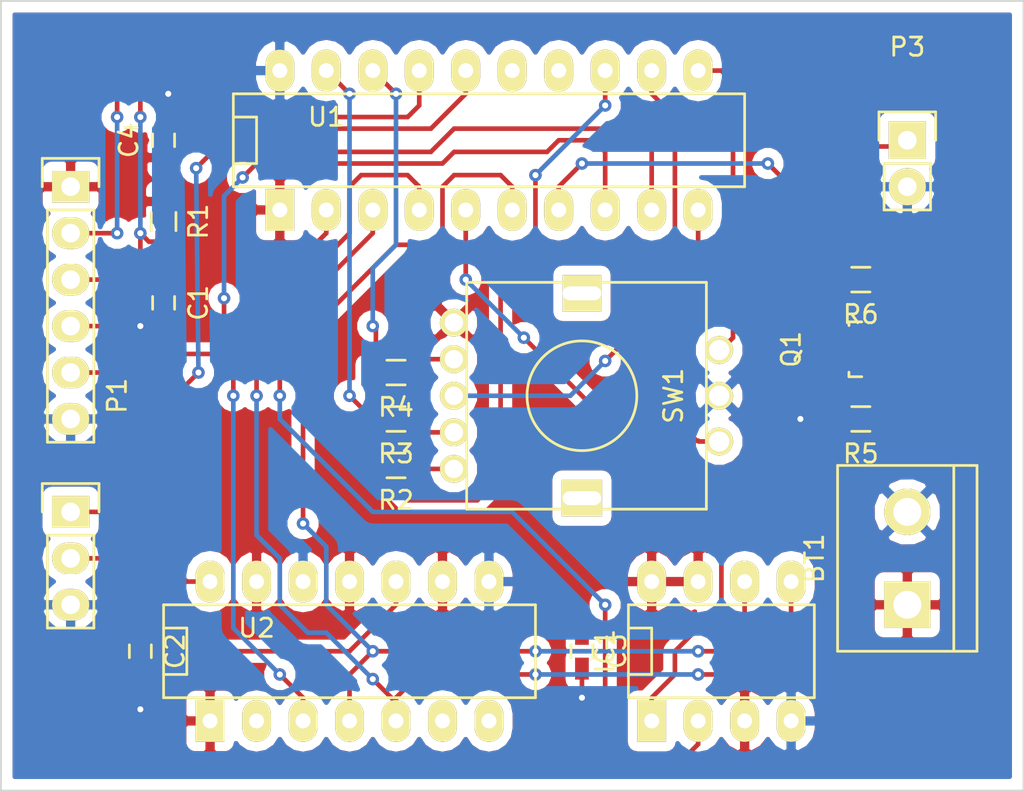
<source format=kicad_pcb>
(kicad_pcb (version 4) (host pcbnew 0.201505021002+5636~23~ubuntu14.04.1-product)

  (general
    (links 57)
    (no_connects 0)
    (area 126.949999 106.629999 183.311858 149.910001)
    (thickness 1.6)
    (drawings 6)
    (tracks 244)
    (zones 0)
    (modules 19)
    (nets 27)
  )

  (page A4)
  (layers
    (0 F.Cu signal)
    (31 B.Cu signal)
    (32 B.Adhes user)
    (33 F.Adhes user)
    (34 B.Paste user)
    (35 F.Paste user)
    (36 B.SilkS user)
    (37 F.SilkS user)
    (38 B.Mask user)
    (39 F.Mask user)
    (40 Dwgs.User user)
    (41 Cmts.User user)
    (42 Eco1.User user)
    (43 Eco2.User user)
    (44 Edge.Cuts user)
    (45 Margin user)
    (46 B.CrtYd user)
    (47 F.CrtYd user)
    (48 B.Fab user)
    (49 F.Fab user)
  )

  (setup
    (last_trace_width 0.254)
    (trace_clearance 0.254)
    (zone_clearance 0.508)
    (zone_45_only no)
    (trace_min 0.254)
    (segment_width 0.2)
    (edge_width 0.1)
    (via_size 0.6858)
    (via_drill 0.3302)
    (via_min_size 0.6858)
    (via_min_drill 0.3302)
    (user_via 0.6858 0.3302)
    (uvia_size 0.508)
    (uvia_drill 0.127)
    (uvias_allowed no)
    (uvia_min_size 0.508)
    (uvia_min_drill 0.127)
    (pcb_text_width 0.3)
    (pcb_text_size 1.5 1.5)
    (mod_edge_width 0.15)
    (mod_text_size 1 1)
    (mod_text_width 0.15)
    (pad_size 1.5 1.5)
    (pad_drill 0.6)
    (pad_to_mask_clearance 0)
    (aux_axis_origin 135.89 100.33)
    (visible_elements FFFFEF7F)
    (pcbplotparams
      (layerselection 0x00030_80000001)
      (usegerberextensions false)
      (excludeedgelayer true)
      (linewidth 0.100000)
      (plotframeref false)
      (viasonmask false)
      (mode 1)
      (useauxorigin false)
      (hpglpennumber 1)
      (hpglpenspeed 20)
      (hpglpendiameter 15)
      (hpglpenoverlay 2)
      (psnegative false)
      (psa4output false)
      (plotreference true)
      (plotvalue true)
      (plotinvisibletext false)
      (padsonsilk false)
      (subtractmaskfromsilk false)
      (outputformat 1)
      (mirror false)
      (drillshape 1)
      (scaleselection 1)
      (outputdirectory ""))
  )

  (net 0 "")
  (net 1 VCC)
  (net 2 GND)
  (net 3 /RST#)
  (net 4 /FLASHCS#)
  (net 5 /SDO)
  (net 6 /SDI)
  (net 7 /SCK)
  (net 8 /TEST)
  (net 9 /RXD)
  (net 10 /TXD)
  (net 11 /A_OUT)
  (net 12 /B_OUT)
  (net 13 "Net-(P3-Pad1)")
  (net 14 /PH_IN)
  (net 15 "Net-(R2-Pad1)")
  (net 16 /RLED)
  (net 17 "Net-(R3-Pad1)")
  (net 18 /GLED)
  (net 19 "Net-(R4-Pad1)")
  (net 20 /BLED)
  (net 21 /DACCS#)
  (net 22 /Q_A)
  (net 23 /Q_B)
  (net 24 /BUTTON)
  (net 25 "Net-(U1-Pad14)")
  (net 26 "Net-(U1-Pad15)")

  (net_class Default "This is the default net class."
    (clearance 0.254)
    (trace_width 0.254)
    (via_dia 0.6858)
    (via_drill 0.3302)
    (uvia_dia 0.508)
    (uvia_drill 0.127)
    (add_net /A_OUT)
    (add_net /BLED)
    (add_net /BUTTON)
    (add_net /B_OUT)
    (add_net /DACCS#)
    (add_net /FLASHCS#)
    (add_net /GLED)
    (add_net /PH_IN)
    (add_net /Q_A)
    (add_net /Q_B)
    (add_net /RLED)
    (add_net /RST#)
    (add_net /RXD)
    (add_net /SCK)
    (add_net /SDI)
    (add_net /SDO)
    (add_net /TEST)
    (add_net /TXD)
    (add_net GND)
    (add_net "Net-(P3-Pad1)")
    (add_net "Net-(R2-Pad1)")
    (add_net "Net-(R3-Pad1)")
    (add_net "Net-(R4-Pad1)")
    (add_net "Net-(U1-Pad14)")
    (add_net "Net-(U1-Pad15)")
    (add_net VCC)
  )

  (module Connect:bornier2 (layer F.Cu) (tedit 554E8F0F) (tstamp 554E56EC)
    (at 176.53 137.16 90)
    (descr "Bornier d'alimentation 2 pins")
    (tags DEV)
    (path /55496743)
    (fp_text reference BT1 (at 0 -5.08 90) (layer F.SilkS)
      (effects (font (size 1 1) (thickness 0.15)))
    )
    (fp_text value Battery (at 0 3.81 90) (layer F.Fab)
      (effects (font (size 1 1) (thickness 0.15)))
    )
    (fp_line (start 5.08 2.54) (end -5.08 2.54) (layer F.SilkS) (width 0.15))
    (fp_line (start 5.08 3.81) (end 5.08 -3.81) (layer F.SilkS) (width 0.15))
    (fp_line (start 5.08 -3.81) (end -5.08 -3.81) (layer F.SilkS) (width 0.15))
    (fp_line (start -5.08 -3.81) (end -5.08 3.81) (layer F.SilkS) (width 0.15))
    (fp_line (start -5.08 3.81) (end 5.08 3.81) (layer F.SilkS) (width 0.15))
    (pad 1 thru_hole rect (at -2.54 0 90) (size 2.54 2.54) (drill 1.524) (layers *.Cu *.Mask F.SilkS)
      (net 1 VCC))
    (pad 2 thru_hole circle (at 2.54 0 90) (size 2.54 2.54) (drill 1.524) (layers *.Cu *.Mask F.SilkS)
      (net 2 GND))
    (model Connect.3dshapes/bornier2.wrl
      (at (xyz 0 0 0))
      (scale (xyz 1 1 1))
      (rotate (xyz 0 0 0))
    )
  )

  (module Capacitors_SMD:C_0603_HandSoldering (layer F.Cu) (tedit 541A9B4D) (tstamp 554E56F2)
    (at 135.89 123.19 270)
    (descr "Capacitor SMD 0603, hand soldering")
    (tags "capacitor 0603")
    (path /554AA576)
    (attr smd)
    (fp_text reference C1 (at 0 -1.9 270) (layer F.SilkS)
      (effects (font (size 1 1) (thickness 0.15)))
    )
    (fp_text value 1n (at 0 1.9 270) (layer F.Fab)
      (effects (font (size 1 1) (thickness 0.15)))
    )
    (fp_line (start -1.85 -0.75) (end 1.85 -0.75) (layer F.CrtYd) (width 0.05))
    (fp_line (start -1.85 0.75) (end 1.85 0.75) (layer F.CrtYd) (width 0.05))
    (fp_line (start -1.85 -0.75) (end -1.85 0.75) (layer F.CrtYd) (width 0.05))
    (fp_line (start 1.85 -0.75) (end 1.85 0.75) (layer F.CrtYd) (width 0.05))
    (fp_line (start -0.35 -0.6) (end 0.35 -0.6) (layer F.SilkS) (width 0.15))
    (fp_line (start 0.35 0.6) (end -0.35 0.6) (layer F.SilkS) (width 0.15))
    (pad 1 smd rect (at -0.95 0 270) (size 1.2 0.75) (layers F.Cu F.Paste F.Mask)
      (net 3 /RST#))
    (pad 2 smd rect (at 0.95 0 270) (size 1.2 0.75) (layers F.Cu F.Paste F.Mask)
      (net 2 GND))
    (model Capacitors_SMD.3dshapes/C_0603_HandSoldering.wrl
      (at (xyz 0 0 0))
      (scale (xyz 1 1 1))
      (rotate (xyz 0 0 0))
    )
  )

  (module Capacitors_SMD:C_0603_HandSoldering (layer F.Cu) (tedit 541A9B4D) (tstamp 554E56F8)
    (at 134.62 142.24 270)
    (descr "Capacitor SMD 0603, hand soldering")
    (tags "capacitor 0603")
    (path /554AF55C)
    (attr smd)
    (fp_text reference C2 (at 0 -1.9 270) (layer F.SilkS)
      (effects (font (size 1 1) (thickness 0.15)))
    )
    (fp_text value 100n (at 0 1.9 270) (layer F.Fab)
      (effects (font (size 1 1) (thickness 0.15)))
    )
    (fp_line (start -1.85 -0.75) (end 1.85 -0.75) (layer F.CrtYd) (width 0.05))
    (fp_line (start -1.85 0.75) (end 1.85 0.75) (layer F.CrtYd) (width 0.05))
    (fp_line (start -1.85 -0.75) (end -1.85 0.75) (layer F.CrtYd) (width 0.05))
    (fp_line (start 1.85 -0.75) (end 1.85 0.75) (layer F.CrtYd) (width 0.05))
    (fp_line (start -0.35 -0.6) (end 0.35 -0.6) (layer F.SilkS) (width 0.15))
    (fp_line (start 0.35 0.6) (end -0.35 0.6) (layer F.SilkS) (width 0.15))
    (pad 1 smd rect (at -0.95 0 270) (size 1.2 0.75) (layers F.Cu F.Paste F.Mask)
      (net 1 VCC))
    (pad 2 smd rect (at 0.95 0 270) (size 1.2 0.75) (layers F.Cu F.Paste F.Mask)
      (net 2 GND))
    (model Capacitors_SMD.3dshapes/C_0603_HandSoldering.wrl
      (at (xyz 0 0 0))
      (scale (xyz 1 1 1))
      (rotate (xyz 0 0 0))
    )
  )

  (module Capacitors_SMD:C_0603_HandSoldering (layer F.Cu) (tedit 541A9B4D) (tstamp 554E56FE)
    (at 158.75 142.24 270)
    (descr "Capacitor SMD 0603, hand soldering")
    (tags "capacitor 0603")
    (path /554AF584)
    (attr smd)
    (fp_text reference C3 (at 0 -1.9 270) (layer F.SilkS)
      (effects (font (size 1 1) (thickness 0.15)))
    )
    (fp_text value 100n (at 0 1.9 270) (layer F.Fab)
      (effects (font (size 1 1) (thickness 0.15)))
    )
    (fp_line (start -1.85 -0.75) (end 1.85 -0.75) (layer F.CrtYd) (width 0.05))
    (fp_line (start -1.85 0.75) (end 1.85 0.75) (layer F.CrtYd) (width 0.05))
    (fp_line (start -1.85 -0.75) (end -1.85 0.75) (layer F.CrtYd) (width 0.05))
    (fp_line (start 1.85 -0.75) (end 1.85 0.75) (layer F.CrtYd) (width 0.05))
    (fp_line (start -0.35 -0.6) (end 0.35 -0.6) (layer F.SilkS) (width 0.15))
    (fp_line (start 0.35 0.6) (end -0.35 0.6) (layer F.SilkS) (width 0.15))
    (pad 1 smd rect (at -0.95 0 270) (size 1.2 0.75) (layers F.Cu F.Paste F.Mask)
      (net 1 VCC))
    (pad 2 smd rect (at 0.95 0 270) (size 1.2 0.75) (layers F.Cu F.Paste F.Mask)
      (net 2 GND))
    (model Capacitors_SMD.3dshapes/C_0603_HandSoldering.wrl
      (at (xyz 0 0 0))
      (scale (xyz 1 1 1))
      (rotate (xyz 0 0 0))
    )
  )

  (module Capacitors_SMD:C_0603_HandSoldering (layer F.Cu) (tedit 541A9B4D) (tstamp 554E5704)
    (at 135.89 114.3 90)
    (descr "Capacitor SMD 0603, hand soldering")
    (tags "capacitor 0603")
    (path /554AF5A9)
    (attr smd)
    (fp_text reference C4 (at 0 -1.9 90) (layer F.SilkS)
      (effects (font (size 1 1) (thickness 0.15)))
    )
    (fp_text value 100n (at 0 1.9 90) (layer F.Fab)
      (effects (font (size 1 1) (thickness 0.15)))
    )
    (fp_line (start -1.85 -0.75) (end 1.85 -0.75) (layer F.CrtYd) (width 0.05))
    (fp_line (start -1.85 0.75) (end 1.85 0.75) (layer F.CrtYd) (width 0.05))
    (fp_line (start -1.85 -0.75) (end -1.85 0.75) (layer F.CrtYd) (width 0.05))
    (fp_line (start 1.85 -0.75) (end 1.85 0.75) (layer F.CrtYd) (width 0.05))
    (fp_line (start -0.35 -0.6) (end 0.35 -0.6) (layer F.SilkS) (width 0.15))
    (fp_line (start 0.35 0.6) (end -0.35 0.6) (layer F.SilkS) (width 0.15))
    (pad 1 smd rect (at -0.95 0 90) (size 1.2 0.75) (layers F.Cu F.Paste F.Mask)
      (net 1 VCC))
    (pad 2 smd rect (at 0.95 0 90) (size 1.2 0.75) (layers F.Cu F.Paste F.Mask)
      (net 2 GND))
    (model Capacitors_SMD.3dshapes/C_0603_HandSoldering.wrl
      (at (xyz 0 0 0))
      (scale (xyz 1 1 1))
      (rotate (xyz 0 0 0))
    )
  )

  (module Housings_DIP:DIP-8__300_ELL (layer F.Cu) (tedit 0) (tstamp 554E5710)
    (at 166.37 142.24)
    (descr "8 pins DIL package, elliptical pads")
    (tags DIL)
    (path /55496635)
    (fp_text reference IC1 (at -6.35 0 90) (layer F.SilkS)
      (effects (font (size 1 1) (thickness 0.15)))
    )
    (fp_text value MX25L4006E (at 0 0) (layer F.Fab)
      (effects (font (size 1 1) (thickness 0.15)))
    )
    (fp_line (start -5.08 -1.27) (end -3.81 -1.27) (layer F.SilkS) (width 0.15))
    (fp_line (start -3.81 -1.27) (end -3.81 1.27) (layer F.SilkS) (width 0.15))
    (fp_line (start -3.81 1.27) (end -5.08 1.27) (layer F.SilkS) (width 0.15))
    (fp_line (start -5.08 -2.54) (end 5.08 -2.54) (layer F.SilkS) (width 0.15))
    (fp_line (start 5.08 -2.54) (end 5.08 2.54) (layer F.SilkS) (width 0.15))
    (fp_line (start 5.08 2.54) (end -5.08 2.54) (layer F.SilkS) (width 0.15))
    (fp_line (start -5.08 2.54) (end -5.08 -2.54) (layer F.SilkS) (width 0.15))
    (pad 1 thru_hole rect (at -3.81 3.81) (size 1.5748 2.286) (drill 0.8128) (layers *.Cu *.Mask F.SilkS)
      (net 4 /FLASHCS#))
    (pad 2 thru_hole oval (at -1.27 3.81) (size 1.5748 2.286) (drill 0.8128) (layers *.Cu *.Mask F.SilkS)
      (net 5 /SDO))
    (pad 3 thru_hole oval (at 1.27 3.81) (size 1.5748 2.286) (drill 0.8128) (layers *.Cu *.Mask F.SilkS)
      (net 1 VCC))
    (pad 4 thru_hole oval (at 3.81 3.81) (size 1.5748 2.286) (drill 0.8128) (layers *.Cu *.Mask F.SilkS)
      (net 2 GND))
    (pad 5 thru_hole oval (at 3.81 -3.81) (size 1.5748 2.286) (drill 0.8128) (layers *.Cu *.Mask F.SilkS)
      (net 6 /SDI))
    (pad 6 thru_hole oval (at 1.27 -3.81) (size 1.5748 2.286) (drill 0.8128) (layers *.Cu *.Mask F.SilkS)
      (net 7 /SCK))
    (pad 7 thru_hole oval (at -1.27 -3.81) (size 1.5748 2.286) (drill 0.8128) (layers *.Cu *.Mask F.SilkS)
      (net 1 VCC))
    (pad 8 thru_hole oval (at -3.81 -3.81) (size 1.5748 2.286) (drill 0.8128) (layers *.Cu *.Mask F.SilkS)
      (net 1 VCC))
    (model Sockets_DIP.3dshapes/DIP-8__300_ELL.wrl
      (at (xyz 0 0 0))
      (scale (xyz 1 1 1))
      (rotate (xyz 0 0 0))
    )
  )

  (module Pin_Headers:Pin_Header_Straight_1x06 (layer F.Cu) (tedit 554E9195) (tstamp 554E571A)
    (at 130.81 116.84)
    (descr "Through hole pin header")
    (tags "pin header")
    (path /55496BAD)
    (fp_text reference P1 (at 2.54 11.43 90) (layer F.SilkS)
      (effects (font (size 1 1) (thickness 0.15)))
    )
    (fp_text value DEBUG (at 2.54 7.62 90) (layer F.Fab)
      (effects (font (size 1 1) (thickness 0.15)))
    )
    (fp_line (start -1.75 -1.75) (end -1.75 14.45) (layer F.CrtYd) (width 0.05))
    (fp_line (start 1.75 -1.75) (end 1.75 14.45) (layer F.CrtYd) (width 0.05))
    (fp_line (start -1.75 -1.75) (end 1.75 -1.75) (layer F.CrtYd) (width 0.05))
    (fp_line (start -1.75 14.45) (end 1.75 14.45) (layer F.CrtYd) (width 0.05))
    (fp_line (start 1.27 1.27) (end 1.27 13.97) (layer F.SilkS) (width 0.15))
    (fp_line (start 1.27 13.97) (end -1.27 13.97) (layer F.SilkS) (width 0.15))
    (fp_line (start -1.27 13.97) (end -1.27 1.27) (layer F.SilkS) (width 0.15))
    (fp_line (start 1.55 -1.55) (end 1.55 0) (layer F.SilkS) (width 0.15))
    (fp_line (start 1.27 1.27) (end -1.27 1.27) (layer F.SilkS) (width 0.15))
    (fp_line (start -1.55 0) (end -1.55 -1.55) (layer F.SilkS) (width 0.15))
    (fp_line (start -1.55 -1.55) (end 1.55 -1.55) (layer F.SilkS) (width 0.15))
    (pad 1 thru_hole rect (at 0 0) (size 2.032 1.7272) (drill 1.016) (layers *.Cu *.Mask F.SilkS)
      (net 1 VCC))
    (pad 2 thru_hole oval (at 0 2.54) (size 2.032 1.7272) (drill 1.016) (layers *.Cu *.Mask F.SilkS)
      (net 8 /TEST))
    (pad 3 thru_hole oval (at 0 5.08) (size 2.032 1.7272) (drill 1.016) (layers *.Cu *.Mask F.SilkS)
      (net 3 /RST#))
    (pad 4 thru_hole oval (at 0 7.62) (size 2.032 1.7272) (drill 1.016) (layers *.Cu *.Mask F.SilkS)
      (net 9 /RXD))
    (pad 5 thru_hole oval (at 0 10.16) (size 2.032 1.7272) (drill 1.016) (layers *.Cu *.Mask F.SilkS)
      (net 10 /TXD))
    (pad 6 thru_hole oval (at 0 12.7) (size 2.032 1.7272) (drill 1.016) (layers *.Cu *.Mask F.SilkS)
      (net 2 GND))
    (model Pin_Headers.3dshapes/Pin_Header_Straight_1x06.wrl
      (at (xyz 0 -0.25 0))
      (scale (xyz 1 1 1))
      (rotate (xyz 0 0 90))
    )
  )

  (module Pin_Headers:Pin_Header_Straight_1x03 (layer F.Cu) (tedit 554E7460) (tstamp 554E5721)
    (at 130.81 134.62)
    (descr "Through hole pin header")
    (tags "pin header")
    (path /554AF0A3)
    (fp_text reference P2 (at 0 -5.1) (layer F.SilkS)
      (effects (font (size 1 1) (thickness 0.15)))
    )
    (fp_text value OUT (at 2.54 2.54 90) (layer F.Fab)
      (effects (font (size 1 1) (thickness 0.15)))
    )
    (fp_line (start -1.75 -1.75) (end -1.75 6.85) (layer F.CrtYd) (width 0.05))
    (fp_line (start 1.75 -1.75) (end 1.75 6.85) (layer F.CrtYd) (width 0.05))
    (fp_line (start -1.75 -1.75) (end 1.75 -1.75) (layer F.CrtYd) (width 0.05))
    (fp_line (start -1.75 6.85) (end 1.75 6.85) (layer F.CrtYd) (width 0.05))
    (fp_line (start -1.27 1.27) (end -1.27 6.35) (layer F.SilkS) (width 0.15))
    (fp_line (start -1.27 6.35) (end 1.27 6.35) (layer F.SilkS) (width 0.15))
    (fp_line (start 1.27 6.35) (end 1.27 1.27) (layer F.SilkS) (width 0.15))
    (fp_line (start 1.55 -1.55) (end 1.55 0) (layer F.SilkS) (width 0.15))
    (fp_line (start 1.27 1.27) (end -1.27 1.27) (layer F.SilkS) (width 0.15))
    (fp_line (start -1.55 0) (end -1.55 -1.55) (layer F.SilkS) (width 0.15))
    (fp_line (start -1.55 -1.55) (end 1.55 -1.55) (layer F.SilkS) (width 0.15))
    (pad 1 thru_hole rect (at 0 0) (size 2.032 1.7272) (drill 1.016) (layers *.Cu *.Mask F.SilkS)
      (net 11 /A_OUT))
    (pad 2 thru_hole oval (at 0 2.54) (size 2.032 1.7272) (drill 1.016) (layers *.Cu *.Mask F.SilkS)
      (net 12 /B_OUT))
    (pad 3 thru_hole oval (at 0 5.08) (size 2.032 1.7272) (drill 1.016) (layers *.Cu *.Mask F.SilkS)
      (net 2 GND))
    (model Pin_Headers.3dshapes/Pin_Header_Straight_1x03.wrl
      (at (xyz 0 -0.1 0))
      (scale (xyz 1 1 1))
      (rotate (xyz 0 0 90))
    )
  )

  (module Pin_Headers:Pin_Header_Straight_1x02 (layer F.Cu) (tedit 554E7F5A) (tstamp 554E5727)
    (at 176.53 114.3)
    (descr "Through hole pin header")
    (tags "pin header")
    (path /554B3571)
    (fp_text reference P3 (at 0 -5.1) (layer F.SilkS)
      (effects (font (size 1 1) (thickness 0.15)))
    )
    (fp_text value PHOTODIODE (at 2.54 2.54 90) (layer F.Fab)
      (effects (font (size 1 1) (thickness 0.15)))
    )
    (fp_line (start 1.27 1.27) (end 1.27 3.81) (layer F.SilkS) (width 0.15))
    (fp_line (start 1.55 -1.55) (end 1.55 0) (layer F.SilkS) (width 0.15))
    (fp_line (start -1.75 -1.75) (end -1.75 4.3) (layer F.CrtYd) (width 0.05))
    (fp_line (start 1.75 -1.75) (end 1.75 4.3) (layer F.CrtYd) (width 0.05))
    (fp_line (start -1.75 -1.75) (end 1.75 -1.75) (layer F.CrtYd) (width 0.05))
    (fp_line (start -1.75 4.3) (end 1.75 4.3) (layer F.CrtYd) (width 0.05))
    (fp_line (start 1.27 1.27) (end -1.27 1.27) (layer F.SilkS) (width 0.15))
    (fp_line (start -1.55 0) (end -1.55 -1.55) (layer F.SilkS) (width 0.15))
    (fp_line (start -1.55 -1.55) (end 1.55 -1.55) (layer F.SilkS) (width 0.15))
    (fp_line (start -1.27 1.27) (end -1.27 3.81) (layer F.SilkS) (width 0.15))
    (fp_line (start -1.27 3.81) (end 1.27 3.81) (layer F.SilkS) (width 0.15))
    (pad 1 thru_hole rect (at 0 0) (size 2.032 2.032) (drill 1.016) (layers *.Cu *.Mask F.SilkS)
      (net 13 "Net-(P3-Pad1)"))
    (pad 2 thru_hole oval (at 0 2.54) (size 2.032 2.032) (drill 1.016) (layers *.Cu *.Mask F.SilkS)
      (net 2 GND))
    (model Pin_Headers.3dshapes/Pin_Header_Straight_1x02.wrl
      (at (xyz 0 -0.05 0))
      (scale (xyz 1 1 1))
      (rotate (xyz 0 0 90))
    )
  )

  (module Housings_SOT-23_SOT-143_TSOT-6:SOT-23_Handsoldering (layer F.Cu) (tedit 54E9291B) (tstamp 554E572E)
    (at 173.99 125.73 90)
    (descr "SOT-23, Handsoldering")
    (tags SOT-23)
    (path /554B34B6)
    (attr smd)
    (fp_text reference Q1 (at 0 -3.81 90) (layer F.SilkS)
      (effects (font (size 1 1) (thickness 0.15)))
    )
    (fp_text value 2N3906 (at 0 3.81 90) (layer F.Fab)
      (effects (font (size 1 1) (thickness 0.15)))
    )
    (fp_line (start -1.49982 0.0508) (end -1.49982 -0.65024) (layer F.SilkS) (width 0.15))
    (fp_line (start -1.49982 -0.65024) (end -1.2509 -0.65024) (layer F.SilkS) (width 0.15))
    (fp_line (start 1.29916 -0.65024) (end 1.49982 -0.65024) (layer F.SilkS) (width 0.15))
    (fp_line (start 1.49982 -0.65024) (end 1.49982 0.0508) (layer F.SilkS) (width 0.15))
    (pad 1 smd rect (at -0.95 1.50114 90) (size 0.8001 1.80086) (layers F.Cu F.Paste F.Mask)
      (net 14 /PH_IN))
    (pad 2 smd rect (at 0.95 1.50114 90) (size 0.8001 1.80086) (layers F.Cu F.Paste F.Mask)
      (net 13 "Net-(P3-Pad1)"))
    (pad 3 smd rect (at 0 -1.50114 90) (size 0.8001 1.80086) (layers F.Cu F.Paste F.Mask)
      (net 1 VCC))
    (model Housings_SOT-23_SOT-143_TSOT-6.3dshapes/SOT-23_Handsoldering.wrl
      (at (xyz 0 0 0))
      (scale (xyz 1 1 1))
      (rotate (xyz 0 0 0))
    )
  )

  (module Resistors_SMD:R_0603_HandSoldering (layer F.Cu) (tedit 5418A00F) (tstamp 554E5734)
    (at 135.89 118.745 270)
    (descr "Resistor SMD 0603, hand soldering")
    (tags "resistor 0603")
    (path /554AA555)
    (attr smd)
    (fp_text reference R1 (at 0 -1.9 270) (layer F.SilkS)
      (effects (font (size 1 1) (thickness 0.15)))
    )
    (fp_text value 47K (at 0 1.9 270) (layer F.Fab)
      (effects (font (size 1 1) (thickness 0.15)))
    )
    (fp_line (start -2 -0.8) (end 2 -0.8) (layer F.CrtYd) (width 0.05))
    (fp_line (start -2 0.8) (end 2 0.8) (layer F.CrtYd) (width 0.05))
    (fp_line (start -2 -0.8) (end -2 0.8) (layer F.CrtYd) (width 0.05))
    (fp_line (start 2 -0.8) (end 2 0.8) (layer F.CrtYd) (width 0.05))
    (fp_line (start 0.5 0.675) (end -0.5 0.675) (layer F.SilkS) (width 0.15))
    (fp_line (start -0.5 -0.675) (end 0.5 -0.675) (layer F.SilkS) (width 0.15))
    (pad 1 smd rect (at -1.1 0 270) (size 1.2 0.9) (layers F.Cu F.Paste F.Mask)
      (net 1 VCC))
    (pad 2 smd rect (at 1.1 0 270) (size 1.2 0.9) (layers F.Cu F.Paste F.Mask)
      (net 3 /RST#))
    (model Resistors_SMD.3dshapes/R_0603_HandSoldering.wrl
      (at (xyz 0 0 0))
      (scale (xyz 1 1 1))
      (rotate (xyz 0 0 0))
    )
  )

  (module Resistors_SMD:R_0603_HandSoldering (layer F.Cu) (tedit 5418A00F) (tstamp 554E573A)
    (at 148.59 132.08 180)
    (descr "Resistor SMD 0603, hand soldering")
    (tags "resistor 0603")
    (path /554ACC55)
    (attr smd)
    (fp_text reference R2 (at 0 -1.9 180) (layer F.SilkS)
      (effects (font (size 1 1) (thickness 0.15)))
    )
    (fp_text value 220 (at 0 1.9 180) (layer F.Fab)
      (effects (font (size 1 1) (thickness 0.15)))
    )
    (fp_line (start -2 -0.8) (end 2 -0.8) (layer F.CrtYd) (width 0.05))
    (fp_line (start -2 0.8) (end 2 0.8) (layer F.CrtYd) (width 0.05))
    (fp_line (start -2 -0.8) (end -2 0.8) (layer F.CrtYd) (width 0.05))
    (fp_line (start 2 -0.8) (end 2 0.8) (layer F.CrtYd) (width 0.05))
    (fp_line (start 0.5 0.675) (end -0.5 0.675) (layer F.SilkS) (width 0.15))
    (fp_line (start -0.5 -0.675) (end 0.5 -0.675) (layer F.SilkS) (width 0.15))
    (pad 1 smd rect (at -1.1 0 180) (size 1.2 0.9) (layers F.Cu F.Paste F.Mask)
      (net 15 "Net-(R2-Pad1)"))
    (pad 2 smd rect (at 1.1 0 180) (size 1.2 0.9) (layers F.Cu F.Paste F.Mask)
      (net 16 /RLED))
    (model Resistors_SMD.3dshapes/R_0603_HandSoldering.wrl
      (at (xyz 0 0 0))
      (scale (xyz 1 1 1))
      (rotate (xyz 0 0 0))
    )
  )

  (module Resistors_SMD:R_0603_HandSoldering (layer F.Cu) (tedit 5418A00F) (tstamp 554E5740)
    (at 148.59 129.54 180)
    (descr "Resistor SMD 0603, hand soldering")
    (tags "resistor 0603")
    (path /554ACC81)
    (attr smd)
    (fp_text reference R3 (at 0 -1.9 180) (layer F.SilkS)
      (effects (font (size 1 1) (thickness 0.15)))
    )
    (fp_text value 220 (at 0 1.9 180) (layer F.Fab)
      (effects (font (size 1 1) (thickness 0.15)))
    )
    (fp_line (start -2 -0.8) (end 2 -0.8) (layer F.CrtYd) (width 0.05))
    (fp_line (start -2 0.8) (end 2 0.8) (layer F.CrtYd) (width 0.05))
    (fp_line (start -2 -0.8) (end -2 0.8) (layer F.CrtYd) (width 0.05))
    (fp_line (start 2 -0.8) (end 2 0.8) (layer F.CrtYd) (width 0.05))
    (fp_line (start 0.5 0.675) (end -0.5 0.675) (layer F.SilkS) (width 0.15))
    (fp_line (start -0.5 -0.675) (end 0.5 -0.675) (layer F.SilkS) (width 0.15))
    (pad 1 smd rect (at -1.1 0 180) (size 1.2 0.9) (layers F.Cu F.Paste F.Mask)
      (net 17 "Net-(R3-Pad1)"))
    (pad 2 smd rect (at 1.1 0 180) (size 1.2 0.9) (layers F.Cu F.Paste F.Mask)
      (net 18 /GLED))
    (model Resistors_SMD.3dshapes/R_0603_HandSoldering.wrl
      (at (xyz 0 0 0))
      (scale (xyz 1 1 1))
      (rotate (xyz 0 0 0))
    )
  )

  (module Resistors_SMD:R_0603_HandSoldering (layer F.Cu) (tedit 5418A00F) (tstamp 554E5746)
    (at 148.59 127 180)
    (descr "Resistor SMD 0603, hand soldering")
    (tags "resistor 0603")
    (path /554ACCD7)
    (attr smd)
    (fp_text reference R4 (at 0 -1.9 180) (layer F.SilkS)
      (effects (font (size 1 1) (thickness 0.15)))
    )
    (fp_text value 220 (at 0 1.9 180) (layer F.Fab)
      (effects (font (size 1 1) (thickness 0.15)))
    )
    (fp_line (start -2 -0.8) (end 2 -0.8) (layer F.CrtYd) (width 0.05))
    (fp_line (start -2 0.8) (end 2 0.8) (layer F.CrtYd) (width 0.05))
    (fp_line (start -2 -0.8) (end -2 0.8) (layer F.CrtYd) (width 0.05))
    (fp_line (start 2 -0.8) (end 2 0.8) (layer F.CrtYd) (width 0.05))
    (fp_line (start 0.5 0.675) (end -0.5 0.675) (layer F.SilkS) (width 0.15))
    (fp_line (start -0.5 -0.675) (end 0.5 -0.675) (layer F.SilkS) (width 0.15))
    (pad 1 smd rect (at -1.1 0 180) (size 1.2 0.9) (layers F.Cu F.Paste F.Mask)
      (net 19 "Net-(R4-Pad1)"))
    (pad 2 smd rect (at 1.1 0 180) (size 1.2 0.9) (layers F.Cu F.Paste F.Mask)
      (net 20 /BLED))
    (model Resistors_SMD.3dshapes/R_0603_HandSoldering.wrl
      (at (xyz 0 0 0))
      (scale (xyz 1 1 1))
      (rotate (xyz 0 0 0))
    )
  )

  (module Resistors_SMD:R_0603_HandSoldering (layer F.Cu) (tedit 5418A00F) (tstamp 554E574C)
    (at 173.99 129.54 180)
    (descr "Resistor SMD 0603, hand soldering")
    (tags "resistor 0603")
    (path /554B3739)
    (attr smd)
    (fp_text reference R5 (at 0 -1.9 180) (layer F.SilkS)
      (effects (font (size 1 1) (thickness 0.15)))
    )
    (fp_text value 100K (at 0 1.9 180) (layer F.Fab)
      (effects (font (size 1 1) (thickness 0.15)))
    )
    (fp_line (start -2 -0.8) (end 2 -0.8) (layer F.CrtYd) (width 0.05))
    (fp_line (start -2 0.8) (end 2 0.8) (layer F.CrtYd) (width 0.05))
    (fp_line (start -2 -0.8) (end -2 0.8) (layer F.CrtYd) (width 0.05))
    (fp_line (start 2 -0.8) (end 2 0.8) (layer F.CrtYd) (width 0.05))
    (fp_line (start 0.5 0.675) (end -0.5 0.675) (layer F.SilkS) (width 0.15))
    (fp_line (start -0.5 -0.675) (end 0.5 -0.675) (layer F.SilkS) (width 0.15))
    (pad 1 smd rect (at -1.1 0 180) (size 1.2 0.9) (layers F.Cu F.Paste F.Mask)
      (net 14 /PH_IN))
    (pad 2 smd rect (at 1.1 0 180) (size 1.2 0.9) (layers F.Cu F.Paste F.Mask)
      (net 2 GND))
    (model Resistors_SMD.3dshapes/R_0603_HandSoldering.wrl
      (at (xyz 0 0 0))
      (scale (xyz 1 1 1))
      (rotate (xyz 0 0 0))
    )
  )

  (module Resistors_SMD:R_0603_HandSoldering (layer F.Cu) (tedit 5418A00F) (tstamp 554E5752)
    (at 173.99 121.92 180)
    (descr "Resistor SMD 0603, hand soldering")
    (tags "resistor 0603")
    (path /554B35F7)
    (attr smd)
    (fp_text reference R6 (at 0 -1.9 180) (layer F.SilkS)
      (effects (font (size 1 1) (thickness 0.15)))
    )
    (fp_text value 100K (at 0 1.9 180) (layer F.Fab)
      (effects (font (size 1 1) (thickness 0.15)))
    )
    (fp_line (start -2 -0.8) (end 2 -0.8) (layer F.CrtYd) (width 0.05))
    (fp_line (start -2 0.8) (end 2 0.8) (layer F.CrtYd) (width 0.05))
    (fp_line (start -2 -0.8) (end -2 0.8) (layer F.CrtYd) (width 0.05))
    (fp_line (start 2 -0.8) (end 2 0.8) (layer F.CrtYd) (width 0.05))
    (fp_line (start 0.5 0.675) (end -0.5 0.675) (layer F.SilkS) (width 0.15))
    (fp_line (start -0.5 -0.675) (end 0.5 -0.675) (layer F.SilkS) (width 0.15))
    (pad 1 smd rect (at -1.1 0 180) (size 1.2 0.9) (layers F.Cu F.Paste F.Mask)
      (net 1 VCC))
    (pad 2 smd rect (at 1.1 0 180) (size 1.2 0.9) (layers F.Cu F.Paste F.Mask)
      (net 13 "Net-(P3-Pad1)"))
    (model Resistors_SMD.3dshapes/R_0603_HandSoldering.wrl
      (at (xyz 0 0 0))
      (scale (xyz 1 1 1))
      (rotate (xyz 0 0 0))
    )
  )

  (module Housings_DIP:DIP-20__300_ELL (layer F.Cu) (tedit 0) (tstamp 554E576A)
    (at 153.67 114.3)
    (descr "20 pins DIL package, elliptical pads")
    (tags DIL)
    (path /55495E5B)
    (fp_text reference U1 (at -8.89 -1.27) (layer F.SilkS)
      (effects (font (size 1 1) (thickness 0.15)))
    )
    (fp_text value MSP430G2553IN20 (at 3.556 1.016) (layer F.Fab)
      (effects (font (size 1 1) (thickness 0.15)))
    )
    (fp_line (start -13.97 -1.27) (end -12.7 -1.27) (layer F.SilkS) (width 0.15))
    (fp_line (start -12.7 -1.27) (end -12.7 1.27) (layer F.SilkS) (width 0.15))
    (fp_line (start -12.7 1.27) (end -13.97 1.27) (layer F.SilkS) (width 0.15))
    (fp_line (start -13.97 -2.54) (end 13.97 -2.54) (layer F.SilkS) (width 0.15))
    (fp_line (start 13.97 -2.54) (end 13.97 2.54) (layer F.SilkS) (width 0.15))
    (fp_line (start 13.97 2.54) (end -13.97 2.54) (layer F.SilkS) (width 0.15))
    (fp_line (start -13.97 2.54) (end -13.97 -2.54) (layer F.SilkS) (width 0.15))
    (pad 1 thru_hole rect (at -11.43 3.81) (size 1.5748 2.286) (drill 0.8128) (layers *.Cu *.Mask F.SilkS)
      (net 1 VCC))
    (pad 2 thru_hole oval (at -8.89 3.81) (size 1.5748 2.286) (drill 0.8128) (layers *.Cu *.Mask F.SilkS)
      (net 21 /DACCS#))
    (pad 3 thru_hole oval (at -6.35 3.81) (size 1.5748 2.286) (drill 0.8128) (layers *.Cu *.Mask F.SilkS)
      (net 5 /SDO))
    (pad 4 thru_hole oval (at -3.81 3.81) (size 1.5748 2.286) (drill 0.8128) (layers *.Cu *.Mask F.SilkS)
      (net 6 /SDI))
    (pad 5 thru_hole oval (at -1.27 3.81) (size 1.5748 2.286) (drill 0.8128) (layers *.Cu *.Mask F.SilkS)
      (net 4 /FLASHCS#))
    (pad 6 thru_hole oval (at 1.27 3.81) (size 1.5748 2.286) (drill 0.8128) (layers *.Cu *.Mask F.SilkS)
      (net 7 /SCK))
    (pad 7 thru_hole oval (at 3.81 3.81) (size 1.5748 2.286) (drill 0.8128) (layers *.Cu *.Mask F.SilkS)
      (net 14 /PH_IN))
    (pad 8 thru_hole oval (at 6.35 3.81) (size 1.5748 2.286) (drill 0.8128) (layers *.Cu *.Mask F.SilkS)
      (net 9 /RXD))
    (pad 9 thru_hole oval (at 8.89 3.81) (size 1.5748 2.286) (drill 0.8128) (layers *.Cu *.Mask F.SilkS)
      (net 10 /TXD))
    (pad 10 thru_hole oval (at 11.43 3.81) (size 1.5748 2.286) (drill 0.8128) (layers *.Cu *.Mask F.SilkS)
      (net 22 /Q_A))
    (pad 11 thru_hole oval (at 11.43 -3.81) (size 1.5748 2.286) (drill 0.8128) (layers *.Cu *.Mask F.SilkS)
      (net 23 /Q_B))
    (pad 12 thru_hole oval (at 8.89 -3.81) (size 1.5748 2.286) (drill 0.8128) (layers *.Cu *.Mask F.SilkS)
      (net 24 /BUTTON))
    (pad 13 thru_hole oval (at 6.35 -3.81) (size 1.5748 2.286) (drill 0.8128) (layers *.Cu *.Mask F.SilkS)
      (net 16 /RLED))
    (pad 14 thru_hole oval (at 3.81 -3.81) (size 1.5748 2.286) (drill 0.8128) (layers *.Cu *.Mask F.SilkS)
      (net 25 "Net-(U1-Pad14)"))
    (pad 15 thru_hole oval (at 1.27 -3.81) (size 1.5748 2.286) (drill 0.8128) (layers *.Cu *.Mask F.SilkS)
      (net 26 "Net-(U1-Pad15)"))
    (pad 16 thru_hole oval (at -1.27 -3.81) (size 1.5748 2.286) (drill 0.8128) (layers *.Cu *.Mask F.SilkS)
      (net 3 /RST#))
    (pad 17 thru_hole oval (at -3.81 -3.81) (size 1.5748 2.286) (drill 0.8128) (layers *.Cu *.Mask F.SilkS)
      (net 8 /TEST))
    (pad 18 thru_hole oval (at -6.35 -3.81) (size 1.5748 2.286) (drill 0.8128) (layers *.Cu *.Mask F.SilkS)
      (net 20 /BLED))
    (pad 19 thru_hole oval (at -8.89 -3.81) (size 1.5748 2.286) (drill 0.8128) (layers *.Cu *.Mask F.SilkS)
      (net 18 /GLED))
    (pad 20 thru_hole oval (at -11.43 -3.81) (size 1.5748 2.286) (drill 0.8128) (layers *.Cu *.Mask F.SilkS)
      (net 2 GND))
    (model Sockets_DIP.3dshapes/DIP-20__300_ELL.wrl
      (at (xyz 0 0 0))
      (scale (xyz 1 1 1))
      (rotate (xyz 0 0 0))
    )
  )

  (module Housings_DIP:DIP-14__300_ELL (layer F.Cu) (tedit 0) (tstamp 554E577C)
    (at 146.05 142.24)
    (descr "14 pins DIL package, elliptical pads")
    (tags DIL)
    (path /55495EAF)
    (fp_text reference U2 (at -5.08 -1.27) (layer F.SilkS)
      (effects (font (size 1 1) (thickness 0.15)))
    )
    (fp_text value MCP4922-E/P (at 1.27 1.27) (layer F.Fab)
      (effects (font (size 1 1) (thickness 0.15)))
    )
    (fp_line (start -10.16 -2.54) (end 10.16 -2.54) (layer F.SilkS) (width 0.15))
    (fp_line (start 10.16 2.54) (end -10.16 2.54) (layer F.SilkS) (width 0.15))
    (fp_line (start -10.16 2.54) (end -10.16 -2.54) (layer F.SilkS) (width 0.15))
    (fp_line (start -10.16 -1.27) (end -8.89 -1.27) (layer F.SilkS) (width 0.15))
    (fp_line (start -8.89 -1.27) (end -8.89 1.27) (layer F.SilkS) (width 0.15))
    (fp_line (start -8.89 1.27) (end -10.16 1.27) (layer F.SilkS) (width 0.15))
    (fp_line (start 10.16 -2.54) (end 10.16 2.54) (layer F.SilkS) (width 0.15))
    (pad 1 thru_hole rect (at -7.62 3.81) (size 1.5748 2.286) (drill 0.8128) (layers *.Cu *.Mask F.SilkS)
      (net 1 VCC))
    (pad 2 thru_hole oval (at -5.08 3.81) (size 1.5748 2.286) (drill 0.8128) (layers *.Cu *.Mask F.SilkS))
    (pad 3 thru_hole oval (at -2.54 3.81) (size 1.5748 2.286) (drill 0.8128) (layers *.Cu *.Mask F.SilkS)
      (net 21 /DACCS#))
    (pad 4 thru_hole oval (at 0 3.81) (size 1.5748 2.286) (drill 0.8128) (layers *.Cu *.Mask F.SilkS)
      (net 7 /SCK))
    (pad 5 thru_hole oval (at 2.54 3.81) (size 1.5748 2.286) (drill 0.8128) (layers *.Cu *.Mask F.SilkS)
      (net 6 /SDI))
    (pad 6 thru_hole oval (at 5.08 3.81) (size 1.5748 2.286) (drill 0.8128) (layers *.Cu *.Mask F.SilkS))
    (pad 7 thru_hole oval (at 7.62 3.81) (size 1.5748 2.286) (drill 0.8128) (layers *.Cu *.Mask F.SilkS))
    (pad 8 thru_hole oval (at 7.62 -3.81) (size 1.5748 2.286) (drill 0.8128) (layers *.Cu *.Mask F.SilkS)
      (net 2 GND))
    (pad 9 thru_hole oval (at 5.08 -3.81) (size 1.5748 2.286) (drill 0.8128) (layers *.Cu *.Mask F.SilkS)
      (net 1 VCC))
    (pad 10 thru_hole oval (at 2.54 -3.81) (size 1.5748 2.286) (drill 0.8128) (layers *.Cu *.Mask F.SilkS)
      (net 12 /B_OUT))
    (pad 11 thru_hole oval (at 0 -3.81) (size 1.5748 2.286) (drill 0.8128) (layers *.Cu *.Mask F.SilkS)
      (net 1 VCC))
    (pad 12 thru_hole oval (at -2.54 -3.81) (size 1.5748 2.286) (drill 0.8128) (layers *.Cu *.Mask F.SilkS)
      (net 2 GND))
    (pad 13 thru_hole oval (at -5.08 -3.81) (size 1.5748 2.286) (drill 0.8128) (layers *.Cu *.Mask F.SilkS)
      (net 1 VCC))
    (pad 14 thru_hole oval (at -7.62 -3.81) (size 1.5748 2.286) (drill 0.8128) (layers *.Cu *.Mask F.SilkS)
      (net 11 /A_OUT))
    (model Sockets_DIP.3dshapes/DIP-14__300_ELL.wrl
      (at (xyz 0 0 0))
      (scale (xyz 1 1 1))
      (rotate (xyz 0 0 0))
    )
  )

  (module Footprints:PEL12T (layer F.Cu) (tedit 554E689B) (tstamp 554E6CA6)
    (at 158.75 128.27 90)
    (path /554AAFA4)
    (fp_text reference SW1 (at 0 5 90) (layer F.SilkS)
      (effects (font (size 1 1) (thickness 0.15)))
    )
    (fp_text value PEL12T (at 0 -5 90) (layer F.Fab)
      (effects (font (size 1 1) (thickness 0.15)))
    )
    (fp_line (start -6.2 6.8) (end -6.2 -6.3) (layer F.SilkS) (width 0.15))
    (fp_line (start -6.2 -6.3) (end 6.2 -6.3) (layer F.SilkS) (width 0.15))
    (fp_line (start 6.2 -6.3) (end 6.2 6.8) (layer F.SilkS) (width 0.15))
    (fp_line (start 6.2 6.8) (end -6.2 6.8) (layer F.SilkS) (width 0.15))
    (fp_circle (center 0 0) (end -3 0) (layer F.SilkS) (width 0.15))
    (pad 3 thru_hole circle (at 0 -7 90) (size 1.524 1.524) (drill 1) (layers *.Cu *.Mask F.SilkS)
      (net 24 /BUTTON))
    (pad 2 thru_hole circle (at -2 -7 90) (size 1.524 1.524) (drill 1) (layers *.Cu *.Mask F.SilkS)
      (net 17 "Net-(R3-Pad1)"))
    (pad 1 thru_hole circle (at -4 -7 90) (size 1.524 1.524) (drill 1) (layers *.Cu *.Mask F.SilkS)
      (net 15 "Net-(R2-Pad1)"))
    (pad 4 thru_hole circle (at 2 -7 90) (size 1.524 1.524) (drill 1) (layers *.Cu *.Mask F.SilkS)
      (net 19 "Net-(R4-Pad1)"))
    (pad 5 thru_hole circle (at 4 -7 90) (size 1.524 1.524) (drill 1) (layers *.Cu *.Mask F.SilkS)
      (net 1 VCC))
    (pad 7 thru_hole circle (at 0 7.5 90) (size 1.524 1.524) (drill 1.1) (layers *.Cu *.Mask F.SilkS)
      (net 2 GND))
    (pad 8 thru_hole circle (at -2.5 7.5 90) (size 1.524 1.524) (drill 1.1) (layers *.Cu *.Mask F.SilkS)
      (net 22 /Q_A))
    (pad 6 thru_hole circle (at 2.5 7.5 90) (size 1.524 1.524) (drill 1.1) (layers *.Cu *.Mask F.SilkS)
      (net 23 /Q_B))
    (pad "" thru_hole rect (at 5.6 0 180) (size 2.1 2) (drill oval 2.1 0.762) (layers *.Cu *.Mask F.SilkS))
    (pad "" thru_hole rect (at -5.6 0 180) (size 2.2 2) (drill oval 2.1 0.762) (layers *.Cu *.Mask F.SilkS))
  )

  (gr_line (start 127 149.86) (end 127 148.59) (angle 90) (layer Edge.Cuts) (width 0.1))
  (gr_line (start 182.88 149.86) (end 127 149.86) (angle 90) (layer Edge.Cuts) (width 0.1))
  (gr_line (start 182.88 148.59) (end 182.88 149.86) (angle 90) (layer Edge.Cuts) (width 0.1))
  (gr_line (start 127 148.59) (end 127 106.68) (angle 90) (layer Edge.Cuts) (width 0.1))
  (gr_line (start 182.88 106.68) (end 182.88 148.59) (angle 90) (layer Edge.Cuts) (width 0.1))
  (gr_line (start 127 106.68) (end 182.88 106.68) (angle 90) (layer Edge.Cuts) (width 0.1))

  (segment (start 134.62 143.19) (end 134.62 145.415) (width 0.254) (layer F.Cu) (net 2))
  (via (at 134.62 145.415) (size 0.6858) (layers F.Cu B.Cu) (net 2))
  (segment (start 158.75 143.19) (end 158.75 144.78) (width 0.254) (layer F.Cu) (net 2))
  (via (at 158.75 144.78) (size 0.6858) (layers F.Cu B.Cu) (net 2))
  (segment (start 172.89 129.54) (end 170.688 129.54) (width 0.254) (layer F.Cu) (net 2))
  (via (at 170.688 129.54) (size 0.6858) (layers F.Cu B.Cu) (net 2))
  (segment (start 135.89 124.14) (end 134.94 124.14) (width 0.254) (layer F.Cu) (net 2))
  (via (at 134.62 124.46) (size 0.6858) (layers F.Cu B.Cu) (net 2))
  (segment (start 134.94 124.14) (end 134.62 124.46) (width 0.254) (layer F.Cu) (net 2) (tstamp 554E9C57))
  (segment (start 135.89 113.35) (end 135.89 112.014) (width 0.254) (layer F.Cu) (net 2))
  (via (at 136.144 111.76) (size 0.6858) (layers F.Cu B.Cu) (net 2))
  (segment (start 135.89 112.014) (end 136.144 111.76) (width 0.254) (layer F.Cu) (net 2) (tstamp 554E9C39))
  (segment (start 135.89 122.24) (end 135.89 119.845) (width 0.254) (layer F.Cu) (net 3))
  (segment (start 135.89 119.845) (end 135.085 119.845) (width 0.254) (layer F.Cu) (net 3) (status 10))
  (segment (start 135.085 119.845) (end 134.62 119.38) (width 0.254) (layer F.Cu) (net 3) (tstamp 554E9A58))
  (segment (start 152.4 111.76) (end 150.495 113.665) (width 0.254) (layer F.Cu) (net 3))
  (segment (start 150.495 113.665) (end 140.335 113.665) (width 0.254) (layer F.Cu) (net 3) (tstamp 554E9988))
  (segment (start 140.335 113.665) (end 139.7 113.03) (width 0.254) (layer F.Cu) (net 3) (tstamp 554E84EE))
  (segment (start 139.7 113.03) (end 139.7 111.125) (width 0.254) (layer F.Cu) (net 3) (tstamp 554E84EF))
  (segment (start 152.4 110.49) (end 152.4 111.76) (width 0.254) (layer F.Cu) (net 3) (status 10))
  (segment (start 139.7 111.125) (end 139.065 110.49) (width 0.254) (layer F.Cu) (net 3) (tstamp 554E84F0))
  (segment (start 134.62 113.03) (end 134.62 111.125) (width 0.254) (layer F.Cu) (net 3))
  (segment (start 135.255 110.49) (end 134.62 111.125) (width 0.254) (layer F.Cu) (net 3) (tstamp 554E8404))
  (segment (start 139.065 110.49) (end 135.255 110.49) (width 0.254) (layer F.Cu) (net 3) (tstamp 554E8402))
  (segment (start 139.7 111.125) (end 139.065 110.49) (width 0.254) (layer F.Cu) (net 3) (tstamp 554E8400))
  (segment (start 134.62 119.38) (end 134.62 120.65) (width 0.254) (layer F.Cu) (net 3) (tstamp 554E8419))
  (via (at 134.62 119.38) (size 0.6858) (layers F.Cu B.Cu) (net 3))
  (segment (start 134.62 113.03) (end 134.62 119.38) (width 0.254) (layer B.Cu) (net 3) (tstamp 554E8416))
  (via (at 134.62 113.03) (size 0.6858) (layers F.Cu B.Cu) (net 3))
  (segment (start 130.81 121.92) (end 133.35 121.92) (width 0.254) (layer F.Cu) (net 3) (status 10))
  (segment (start 133.35 121.92) (end 134.62 120.65) (width 0.254) (layer F.Cu) (net 3) (tstamp 554E7623))
  (segment (start 155.575 125.095) (end 166.37 135.89) (width 0.254) (layer F.Cu) (net 4))
  (segment (start 166.37 135.89) (end 166.37 139.7) (width 0.254) (layer F.Cu) (net 4) (tstamp 554E9ACC))
  (via (at 155.575 125.095) (size 0.6858) (layers F.Cu B.Cu) (net 4))
  (segment (start 166.37 139.7) (end 163.83 142.24) (width 0.254) (layer F.Cu) (net 4) (tstamp 554E8B83))
  (segment (start 155.575 125.095) (end 152.4 121.92) (width 0.254) (layer B.Cu) (net 4) (tstamp 554E7E9B))
  (segment (start 163.83 142.24) (end 163.83 143.51) (width 0.254) (layer F.Cu) (net 4) (tstamp 554E8B8D))
  (via (at 152.4 121.92) (size 0.6858) (layers F.Cu B.Cu) (net 4))
  (segment (start 152.4 118.11) (end 152.4 121.92) (width 0.254) (layer F.Cu) (net 4) (status 10))
  (segment (start 162.56 144.78) (end 162.56 146.05) (width 0.254) (layer F.Cu) (net 4) (tstamp 554E79E5) (status 20))
  (segment (start 163.83 143.51) (end 162.56 144.78) (width 0.254) (layer F.Cu) (net 4) (tstamp 554E79DF))
  (segment (start 147.32 134.62) (end 154.94 134.62) (width 0.254) (layer B.Cu) (net 5))
  (via (at 160.02 139.7) (size 0.6858) (layers F.Cu B.Cu) (net 5))
  (segment (start 154.94 134.62) (end 160.02 139.7) (width 0.254) (layer B.Cu) (net 5) (tstamp 554E9D4E))
  (via (at 142.24 128.27) (size 0.6858) (layers F.Cu B.Cu) (net 5))
  (segment (start 142.24 129.54) (end 147.32 134.62) (width 0.254) (layer B.Cu) (net 5) (tstamp 554E8DBD))
  (segment (start 142.24 129.54) (end 142.24 128.27) (width 0.254) (layer B.Cu) (net 5) (tstamp 554E8DBC))
  (segment (start 165.1 147.32) (end 165.1 146.05) (width 0.254) (layer F.Cu) (net 5) (tstamp 554E7CF3) (status 20))
  (segment (start 160.02 139.7) (end 160.02 147.955) (width 0.254) (layer F.Cu) (net 5) (tstamp 554E87A8))
  (segment (start 160.02 147.955) (end 160.655 148.59) (width 0.254) (layer F.Cu) (net 5) (tstamp 554E7CEB))
  (segment (start 160.655 148.59) (end 163.83 148.59) (width 0.254) (layer F.Cu) (net 5) (tstamp 554E7CEF))
  (segment (start 163.83 148.59) (end 165.1 147.32) (width 0.254) (layer F.Cu) (net 5) (tstamp 554E7CF2))
  (segment (start 142.24 124.46) (end 142.24 128.27) (width 0.254) (layer F.Cu) (net 5) (tstamp 554E85D6))
  (segment (start 147.32 119.38) (end 147.32 118.11) (width 0.254) (layer F.Cu) (net 5) (tstamp 554E85C8) (status 20))
  (segment (start 147.32 119.38) (end 142.24 124.46) (width 0.254) (layer F.Cu) (net 5))
  (via (at 140.97 128.27) (size 0.6858) (layers F.Cu B.Cu) (net 6))
  (segment (start 147.32 143.764) (end 144.78 141.224) (width 0.254) (layer B.Cu) (net 6) (tstamp 554E7B4A))
  (via (at 147.32 143.764) (size 0.6858) (layers F.Cu B.Cu) (net 6))
  (segment (start 148.59 145.034) (end 147.32 143.764) (width 0.254) (layer F.Cu) (net 6) (tstamp 554E7B44) (status 10))
  (segment (start 146.05 119.38) (end 140.97 124.46) (width 0.254) (layer F.Cu) (net 6))
  (segment (start 149.86 116.84) (end 149.225 116.205) (width 0.254) (layer F.Cu) (net 6) (tstamp 554E7CB3))
  (segment (start 149.225 116.205) (end 146.685 116.205) (width 0.254) (layer F.Cu) (net 6) (tstamp 554E7CB6))
  (segment (start 146.685 116.205) (end 146.05 116.84) (width 0.254) (layer F.Cu) (net 6) (tstamp 554E7CB9))
  (segment (start 146.05 116.84) (end 146.05 119.38) (width 0.254) (layer F.Cu) (net 6) (tstamp 554E7CBA))
  (segment (start 149.86 118.11) (end 149.86 116.84) (width 0.254) (layer F.Cu) (net 6) (status 10))
  (segment (start 140.97 124.46) (end 140.97 128.27) (width 0.254) (layer F.Cu) (net 6) (tstamp 554E7C85))
  (segment (start 140.97 135.89) (end 140.97 128.27) (width 0.254) (layer B.Cu) (net 6) (tstamp 554E8672))
  (segment (start 140.97 135.89) (end 142.24 137.16) (width 0.254) (layer B.Cu) (net 6) (tstamp 554E8673))
  (segment (start 142.24 137.16) (end 142.24 139.7) (width 0.254) (layer B.Cu) (net 6) (tstamp 554E8674))
  (segment (start 142.24 139.7) (end 143.764 141.224) (width 0.254) (layer B.Cu) (net 6) (tstamp 554E8675))
  (segment (start 144.78 141.224) (end 143.764 141.224) (width 0.254) (layer B.Cu) (net 6) (tstamp 554E8678))
  (segment (start 148.59 146.05) (end 148.59 145.034) (width 0.254) (layer F.Cu) (net 6) (status 30))
  (segment (start 156.21 143.51) (end 165.1 143.51) (width 0.254) (layer B.Cu) (net 6))
  (via (at 165.1 143.51) (size 0.6858) (layers F.Cu B.Cu) (net 6))
  (segment (start 149.86 143.51) (end 156.21 143.51) (width 0.254) (layer F.Cu) (net 6))
  (via (at 156.21 143.51) (size 0.6858) (layers F.Cu B.Cu) (net 6))
  (segment (start 148.59 146.05) (end 148.59 144.78) (width 0.254) (layer F.Cu) (net 6) (status 10))
  (segment (start 148.59 144.78) (end 149.86 143.51) (width 0.254) (layer F.Cu) (net 6) (tstamp 554E7346))
  (segment (start 170.18 142.24) (end 170.18 138.43) (width 0.254) (layer F.Cu) (net 6) (tstamp 554E7354) (status 20))
  (segment (start 165.1 143.51) (end 168.91 143.51) (width 0.254) (layer F.Cu) (net 6) (tstamp 554E7974))
  (segment (start 168.91 143.51) (end 170.18 142.24) (width 0.254) (layer F.Cu) (net 6) (tstamp 554E7352))
  (segment (start 144.78 137.16) (end 144.78 136.525) (width 0.254) (layer B.Cu) (net 7))
  (segment (start 144.78 136.525) (end 143.51 135.255) (width 0.254) (layer B.Cu) (net 7) (tstamp 554E9D97))
  (via (at 147.32 142.24) (size 0.6858) (layers F.Cu B.Cu) (net 7))
  (segment (start 154.94 118.11) (end 154.94 116.84) (width 0.254) (layer F.Cu) (net 7) (status 10))
  (segment (start 144.78 139.7) (end 147.32 142.24) (width 0.254) (layer B.Cu) (net 7) (tstamp 554E9470))
  (segment (start 144.78 137.16) (end 144.78 139.7) (width 0.254) (layer B.Cu) (net 7) (tstamp 554E9D95))
  (via (at 143.51 135.255) (size 0.6858) (layers F.Cu B.Cu) (net 7))
  (segment (start 143.51 125.095) (end 143.51 135.255) (width 0.254) (layer F.Cu) (net 7) (tstamp 554E9458))
  (segment (start 148.59 120.015) (end 143.51 125.095) (width 0.254) (layer F.Cu) (net 7) (tstamp 554E9453))
  (segment (start 150.495 120.015) (end 148.59 120.015) (width 0.254) (layer F.Cu) (net 7) (tstamp 554E9452))
  (segment (start 151.13 119.38) (end 150.495 120.015) (width 0.254) (layer F.Cu) (net 7) (tstamp 554E944D))
  (segment (start 151.13 116.84) (end 151.13 119.38) (width 0.254) (layer F.Cu) (net 7) (tstamp 554E944A))
  (segment (start 151.765 116.205) (end 151.13 116.84) (width 0.254) (layer F.Cu) (net 7) (tstamp 554E9448))
  (segment (start 154.305 116.205) (end 151.765 116.205) (width 0.254) (layer F.Cu) (net 7) (tstamp 554E9446))
  (segment (start 154.94 116.84) (end 154.305 116.205) (width 0.254) (layer F.Cu) (net 7) (tstamp 554E9445))
  (via (at 165.1 142.24) (size 0.6858) (layers F.Cu B.Cu) (net 7))
  (segment (start 147.32 142.24) (end 156.21 142.24) (width 0.254) (layer F.Cu) (net 7) (tstamp 554E7F24))
  (via (at 156.21 142.24) (size 0.6858) (layers F.Cu B.Cu) (net 7))
  (segment (start 156.21 142.24) (end 165.1 142.24) (width 0.254) (layer B.Cu) (net 7) (tstamp 554E7363))
  (segment (start 165.1 142.24) (end 166.37 142.24) (width 0.254) (layer F.Cu) (net 7) (tstamp 554E7955))
  (segment (start 166.37 142.24) (end 167.64 140.97) (width 0.254) (layer F.Cu) (net 7) (tstamp 554E7367))
  (segment (start 167.64 140.97) (end 167.64 138.43) (width 0.254) (layer F.Cu) (net 7) (tstamp 554E7368) (status 20))
  (segment (start 146.05 146.05) (end 146.05 143.51) (width 0.254) (layer F.Cu) (net 7) (status 10))
  (segment (start 146.05 143.51) (end 147.32 142.24) (width 0.254) (layer F.Cu) (net 7) (tstamp 554E736C))
  (segment (start 149.86 110.49) (end 149.86 112.395) (width 0.254) (layer F.Cu) (net 8) (status 10))
  (segment (start 149.86 112.395) (end 149.225 113.03) (width 0.254) (layer F.Cu) (net 8) (tstamp 554E9967))
  (segment (start 149.225 113.03) (end 144.145 113.03) (width 0.254) (layer F.Cu) (net 8) (tstamp 554E9969))
  (segment (start 143.51 112.395) (end 140.97 112.395) (width 0.254) (layer F.Cu) (net 8))
  (segment (start 139.7 109.855) (end 134.62 109.855) (width 0.254) (layer F.Cu) (net 8) (tstamp 554E84F9))
  (segment (start 134.62 109.855) (end 133.35 111.125) (width 0.254) (layer F.Cu) (net 8) (tstamp 554E833F))
  (segment (start 133.35 111.125) (end 133.35 113.03) (width 0.254) (layer F.Cu) (net 8) (tstamp 554E8343))
  (via (at 133.35 113.03) (size 0.6858) (layers F.Cu B.Cu) (net 8))
  (segment (start 133.35 113.03) (end 133.35 119.38) (width 0.254) (layer B.Cu) (net 8) (tstamp 554E834F))
  (via (at 133.35 119.38) (size 0.6858) (layers F.Cu B.Cu) (net 8))
  (segment (start 133.35 119.38) (end 130.81 119.38) (width 0.254) (layer F.Cu) (net 8) (tstamp 554E8352) (status 20))
  (segment (start 144.145 113.03) (end 143.51 112.395) (width 0.254) (layer F.Cu) (net 8) (tstamp 554E932A))
  (segment (start 140.97 112.395) (end 140.335 111.76) (width 0.254) (layer F.Cu) (net 8) (tstamp 554E84F4))
  (segment (start 140.335 111.76) (end 140.335 110.49) (width 0.254) (layer F.Cu) (net 8) (tstamp 554E84F5))
  (segment (start 140.335 110.49) (end 139.7 109.855) (width 0.254) (layer F.Cu) (net 8) (tstamp 554E84F6))
  (via (at 140.208 116.332) (size 0.6858) (layers F.Cu B.Cu) (net 9))
  (segment (start 132.588 124.46) (end 134.112 125.984) (width 0.254) (layer F.Cu) (net 9) (tstamp 554E9BCF))
  (segment (start 138.684 125.984) (end 134.112 125.984) (width 0.254) (layer F.Cu) (net 9) (tstamp 554E9BCD))
  (segment (start 139.191998 125.476002) (end 138.684 125.984) (width 0.254) (layer F.Cu) (net 9) (tstamp 554E9BCC))
  (segment (start 139.191998 122.936002) (end 139.191998 125.476002) (width 0.254) (layer F.Cu) (net 9) (tstamp 554E9BCB))
  (segment (start 139.192 122.936) (end 139.191998 122.936002) (width 0.254) (layer F.Cu) (net 9) (tstamp 554E9BCA))
  (via (at 139.192 122.936) (size 0.6858) (layers F.Cu B.Cu) (net 9))
  (segment (start 139.192 117.348) (end 139.192 122.936) (width 0.254) (layer B.Cu) (net 9) (tstamp 554E9BC0))
  (segment (start 139.192 117.348) (end 140.208 116.332) (width 0.254) (layer B.Cu) (net 9) (tstamp 554E9BBF))
  (segment (start 140.97 115.57) (end 140.208 116.332) (width 0.254) (layer F.Cu) (net 9))
  (segment (start 160.02 118.11) (end 160.02 114.935) (width 0.254) (layer F.Cu) (net 9) (status 10))
  (segment (start 151.13 115.57) (end 140.97 115.57) (width 0.254) (layer F.Cu) (net 9) (tstamp 554E9500))
  (segment (start 151.765 114.935) (end 151.13 115.57) (width 0.254) (layer F.Cu) (net 9) (tstamp 554E94FD))
  (segment (start 156.845 114.935) (end 151.765 114.935) (width 0.254) (layer F.Cu) (net 9) (tstamp 554E94FC))
  (segment (start 157.48 114.3) (end 156.845 114.935) (width 0.254) (layer F.Cu) (net 9) (tstamp 554E94F4))
  (segment (start 159.385 114.3) (end 157.48 114.3) (width 0.254) (layer F.Cu) (net 9) (tstamp 554E94F3))
  (segment (start 160.02 114.935) (end 159.385 114.3) (width 0.254) (layer F.Cu) (net 9) (tstamp 554E94F0))
  (segment (start 132.588 124.46) (end 130.81 124.46) (width 0.254) (layer F.Cu) (net 9) (tstamp 554E9BD5) (status 20))
  (segment (start 140.335 114.935) (end 138.557 114.935) (width 0.254) (layer F.Cu) (net 10))
  (segment (start 138.557 114.935) (end 137.668 115.824) (width 0.254) (layer F.Cu) (net 10) (tstamp 554E9BF7))
  (segment (start 162.56 114.3) (end 161.925 113.665) (width 0.254) (layer F.Cu) (net 10) (tstamp 554E9AF6))
  (segment (start 161.925 113.665) (end 151.765 113.665) (width 0.254) (layer F.Cu) (net 10) (tstamp 554E9AF8))
  (segment (start 151.765 113.665) (end 150.495 114.935) (width 0.254) (layer F.Cu) (net 10) (tstamp 554E9AFC))
  (segment (start 150.495 114.935) (end 140.335 114.935) (width 0.254) (layer F.Cu) (net 10) (tstamp 554E9AFF))
  (segment (start 162.56 118.11) (end 162.56 114.3) (width 0.254) (layer F.Cu) (net 10) (status 10))
  (segment (start 133.35 127) (end 130.81 127) (width 0.254) (layer F.Cu) (net 10) (tstamp 554E9B42) (status 20))
  (segment (start 133.985 127.635) (end 133.35 127) (width 0.254) (layer F.Cu) (net 10) (tstamp 554E9B3F))
  (segment (start 137.16 127.635) (end 133.985 127.635) (width 0.254) (layer F.Cu) (net 10) (tstamp 554E9B3C))
  (segment (start 137.795 127) (end 137.16 127.635) (width 0.254) (layer F.Cu) (net 10) (tstamp 554E9B3A))
  (via (at 137.795 127) (size 0.6858) (layers F.Cu B.Cu) (net 10))
  (segment (start 137.668 115.824) (end 137.795 127) (width 0.254) (layer B.Cu) (net 10) (tstamp 554E9B35))
  (via (at 137.668 115.824) (size 0.6858) (layers F.Cu B.Cu) (net 10))
  (segment (start 130.81 134.62) (end 133.35 134.62) (width 0.254) (layer F.Cu) (net 11) (status 10))
  (segment (start 137.16 138.43) (end 138.43 138.43) (width 0.254) (layer F.Cu) (net 11) (tstamp 554E7519) (status 20))
  (segment (start 133.35 134.62) (end 137.16 138.43) (width 0.254) (layer F.Cu) (net 11) (tstamp 554E7518))
  (segment (start 148.59 138.43) (end 148.59 139.7) (width 0.254) (layer F.Cu) (net 12) (status 10))
  (segment (start 148.59 139.7) (end 146.05 142.24) (width 0.254) (layer F.Cu) (net 12) (tstamp 554E7530))
  (segment (start 146.05 142.24) (end 138.43 142.24) (width 0.254) (layer F.Cu) (net 12) (tstamp 554E7532))
  (segment (start 133.35 137.16) (end 130.81 137.16) (width 0.254) (layer F.Cu) (net 12) (tstamp 554E7515) (status 20))
  (segment (start 138.43 142.24) (end 133.35 137.16) (width 0.254) (layer F.Cu) (net 12) (tstamp 554E7514))
  (segment (start 175.49114 124.78) (end 174.31 124.78) (width 0.254) (layer F.Cu) (net 13) (status 10))
  (segment (start 172.89 123.36) (end 172.89 121.92) (width 0.254) (layer F.Cu) (net 13) (tstamp 554E77D0) (status 20))
  (segment (start 174.31 124.78) (end 172.89 123.36) (width 0.254) (layer F.Cu) (net 13) (tstamp 554E77CD))
  (segment (start 175.49114 124.78) (end 175.49114 124.52114) (width 0.254) (layer F.Cu) (net 13) (status 30))
  (segment (start 172.89 121.92) (end 172.89 115.74) (width 0.254) (layer F.Cu) (net 13) (status 10))
  (segment (start 172.89 115.74) (end 173.99 114.64) (width 0.254) (layer F.Cu) (net 13) (tstamp 554E7584))
  (segment (start 173.99 114.64) (end 176.19 114.64) (width 0.254) (layer F.Cu) (net 13) (tstamp 554E7586) (status 20))
  (segment (start 176.19 114.64) (end 176.53 114.3) (width 0.254) (layer F.Cu) (net 13) (tstamp 554E7587) (status 30))
  (segment (start 172.89 121.92) (end 172.89 122.17886) (width 0.254) (layer F.Cu) (net 13) (status 30))
  (segment (start 173.99 128.27) (end 171.45 128.27) (width 0.254) (layer F.Cu) (net 14) (tstamp 554E77DB))
  (segment (start 171.45 128.27) (end 170.18 127) (width 0.254) (layer F.Cu) (net 14) (tstamp 554E77DC))
  (segment (start 170.18 127) (end 170.18 116.84) (width 0.254) (layer F.Cu) (net 14) (tstamp 554E77DF))
  (segment (start 170.18 116.84) (end 168.91 115.57) (width 0.254) (layer F.Cu) (net 14) (tstamp 554E77E6))
  (via (at 168.91 115.57) (size 0.6858) (layers F.Cu B.Cu) (net 14))
  (segment (start 168.91 115.57) (end 158.75 115.57) (width 0.254) (layer B.Cu) (net 14) (tstamp 554E77EA))
  (via (at 158.75 115.57) (size 0.6858) (layers F.Cu B.Cu) (net 14))
  (segment (start 175.09 129.37) (end 173.99 128.27) (width 0.254) (layer F.Cu) (net 14) (tstamp 554E77D9) (status 10))
  (segment (start 157.48 116.84) (end 157.48 118.11) (width 0.254) (layer F.Cu) (net 14) (tstamp 554E7811) (status 20))
  (segment (start 158.75 115.57) (end 157.48 116.84) (width 0.254) (layer F.Cu) (net 14) (tstamp 554E780D))
  (segment (start 175.09 129.54) (end 175.09 129.37) (width 0.254) (layer F.Cu) (net 14) (status 30))
  (segment (start 175.09 129.54) (end 175.09 127.08114) (width 0.254) (layer F.Cu) (net 14) (status 10))
  (segment (start 175.09 127.08114) (end 175.49114 126.68) (width 0.254) (layer F.Cu) (net 14) (tstamp 554E77BB) (status 20))
  (segment (start 151.75 132.27) (end 149.88 132.27) (width 0.254) (layer F.Cu) (net 15) (status 30))
  (segment (start 149.88 132.27) (end 149.69 132.08) (width 0.254) (layer F.Cu) (net 15) (tstamp 554E72CE) (status 30))
  (segment (start 149.225 133.985) (end 153.035 133.985) (width 0.254) (layer F.Cu) (net 16))
  (segment (start 154.305 121.285) (end 156.21 119.38) (width 0.254) (layer F.Cu) (net 16) (tstamp 554E9AC0))
  (segment (start 154.305 132.715) (end 154.305 121.285) (width 0.254) (layer F.Cu) (net 16) (tstamp 554E9AB8))
  (segment (start 153.035 133.985) (end 154.305 132.715) (width 0.254) (layer F.Cu) (net 16) (tstamp 554E9AB5))
  (via (at 156.21 116.205) (size 0.6858) (layers F.Cu B.Cu) (net 16))
  (via (at 160.02 112.395) (size 0.6858) (layers F.Cu B.Cu) (net 16))
  (segment (start 156.21 116.205) (end 160.02 112.395) (width 0.254) (layer B.Cu) (net 16) (tstamp 554E94DC))
  (segment (start 160.02 112.395) (end 160.02 110.49) (width 0.254) (layer F.Cu) (net 16) (tstamp 554E94E1) (status 20))
  (segment (start 156.21 119.38) (end 156.21 116.205) (width 0.254) (layer F.Cu) (net 16) (tstamp 554E9AC4))
  (segment (start 147.49 132.08) (end 147.49 132.25) (width 0.254) (layer F.Cu) (net 16) (status 30))
  (segment (start 147.49 132.25) (end 149.225 133.985) (width 0.254) (layer F.Cu) (net 16) (tstamp 554E8E36) (status 10))
  (segment (start 151.75 130.27) (end 150.42 130.27) (width 0.254) (layer F.Cu) (net 17) (status 10))
  (segment (start 150.42 130.27) (end 149.69 129.54) (width 0.254) (layer F.Cu) (net 17) (tstamp 554E72D1) (status 20))
  (segment (start 146.05 111.76) (end 144.78 110.49) (width 0.254) (layer F.Cu) (net 18) (status 20))
  (via (at 146.05 128.27) (size 0.6858) (layers F.Cu B.Cu) (net 18))
  (segment (start 146.05 128.27) (end 146.05 111.76) (width 0.254) (layer B.Cu) (net 18) (tstamp 554E7C6A))
  (segment (start 147.49 129.54) (end 147.32 129.54) (width 0.254) (layer F.Cu) (net 18) (status 30))
  (segment (start 147.32 129.54) (end 146.05 128.27) (width 0.254) (layer F.Cu) (net 18) (tstamp 554E7BFC) (status 10))
  (via (at 146.05 111.76) (size 0.6858) (layers F.Cu B.Cu) (net 18))
  (segment (start 151.75 126.27) (end 150.42 126.27) (width 0.254) (layer F.Cu) (net 19) (status 10))
  (segment (start 150.42 126.27) (end 149.69 127) (width 0.254) (layer F.Cu) (net 19) (tstamp 554E72D4) (status 20))
  (segment (start 148.59 111.76) (end 148.59 120.015) (width 0.254) (layer B.Cu) (net 20))
  (segment (start 148.59 111.76) (end 147.32 110.49) (width 0.254) (layer F.Cu) (net 20) (status 20))
  (segment (start 147.32 124.46) (end 147.32 121.285) (width 0.254) (layer B.Cu) (net 20))
  (via (at 148.59 111.76) (size 0.6858) (layers F.Cu B.Cu) (net 20))
  (segment (start 147.32 121.285) (end 148.59 120.015) (width 0.254) (layer B.Cu) (net 20) (tstamp 554E9231))
  (segment (start 147.49 127) (end 147.49 124.63) (width 0.254) (layer F.Cu) (net 20) (status 10))
  (via (at 147.32 124.46) (size 0.6858) (layers F.Cu B.Cu) (net 20))
  (segment (start 147.49 124.63) (end 147.32 124.46) (width 0.254) (layer F.Cu) (net 20) (tstamp 554E8AE7))
  (via (at 139.7 128.27) (size 0.6858) (layers F.Cu B.Cu) (net 21))
  (segment (start 139.7 128.27) (end 139.7 140.97) (width 0.254) (layer B.Cu) (net 21) (tstamp 554E8652))
  (segment (start 144.78 119.38) (end 139.7 124.46) (width 0.254) (layer F.Cu) (net 21))
  (segment (start 139.7 124.46) (end 139.7 128.27) (width 0.254) (layer F.Cu) (net 21) (tstamp 554E8638))
  (segment (start 139.7 140.97) (end 142.24 143.51) (width 0.254) (layer B.Cu) (net 21) (tstamp 554E76EB))
  (via (at 142.24 143.51) (size 0.6858) (layers F.Cu B.Cu) (net 21))
  (segment (start 142.24 143.51) (end 143.51 144.78) (width 0.254) (layer F.Cu) (net 21) (tstamp 554E76F0))
  (segment (start 143.51 144.78) (end 143.51 146.05) (width 0.254) (layer F.Cu) (net 21) (tstamp 554E76F1) (status 20))
  (segment (start 144.78 118.11) (end 144.78 119.38) (width 0.254) (layer F.Cu) (net 21) (status 10))
  (segment (start 164.465 130.175) (end 164.465 123.825) (width 0.254) (layer F.Cu) (net 22))
  (segment (start 166.25 130.77) (end 165.14 130.77) (width 0.254) (layer F.Cu) (net 22) (status 10))
  (segment (start 165.1 123.19) (end 165.1 118.11) (width 0.254) (layer F.Cu) (net 22) (tstamp 554E73B3) (status 20))
  (segment (start 164.465 123.825) (end 165.1 123.19) (width 0.254) (layer F.Cu) (net 22) (tstamp 554E9ADC))
  (segment (start 165.02 130.73) (end 164.465 130.175) (width 0.254) (layer F.Cu) (net 22) (tstamp 554E73AA))
  (segment (start 165.1 130.73) (end 165.02 130.73) (width 0.254) (layer F.Cu) (net 22) (tstamp 554E73A9))
  (segment (start 165.14 130.77) (end 165.1 130.73) (width 0.254) (layer F.Cu) (net 22) (tstamp 554E73A4))
  (segment (start 165.1 110.49) (end 166.37 110.49) (width 0.254) (layer F.Cu) (net 23) (status 10))
  (segment (start 166.37 110.49) (end 167.005 111.125) (width 0.254) (layer F.Cu) (net 23) (tstamp 554E9862))
  (segment (start 167.005 111.125) (end 167.005 125.095) (width 0.254) (layer F.Cu) (net 23) (tstamp 554E9866))
  (segment (start 167.005 125.095) (end 166.33 125.77) (width 0.254) (layer F.Cu) (net 23) (tstamp 554E986D) (status 20))
  (segment (start 166.33 125.77) (end 166.25 125.77) (width 0.254) (layer F.Cu) (net 23) (tstamp 554E739F) (status 30))
  (segment (start 162.56 110.49) (end 162.56 111.76) (width 0.254) (layer F.Cu) (net 24))
  (segment (start 158.115 128.27) (end 151.75 128.27) (width 0.254) (layer B.Cu) (net 24) (tstamp 554E9CE3))
  (segment (start 160.02 126.365) (end 158.115 128.27) (width 0.254) (layer B.Cu) (net 24) (tstamp 554E9CE2))
  (via (at 160.02 126.365) (size 0.6858) (layers F.Cu B.Cu) (net 24))
  (segment (start 161.29 125.095) (end 160.02 126.365) (width 0.254) (layer F.Cu) (net 24) (tstamp 554E9CD2))
  (segment (start 161.29 121.92) (end 161.29 125.095) (width 0.254) (layer F.Cu) (net 24) (tstamp 554E9CD0))
  (segment (start 163.83 119.38) (end 161.29 121.92) (width 0.254) (layer F.Cu) (net 24) (tstamp 554E9CCB))
  (segment (start 163.83 113.03) (end 163.83 119.38) (width 0.254) (layer F.Cu) (net 24) (tstamp 554E9CC7))
  (segment (start 162.56 111.76) (end 163.83 113.03) (width 0.254) (layer F.Cu) (net 24) (tstamp 554E9CC3))
  (segment (start 151.75 128.27) (end 152.4 128.27) (width 0.254) (layer F.Cu) (net 24) (status 30))

  (zone (net 2) (net_name GND) (layer B.Cu) (tstamp 554E7FF6) (hatch edge 0.508)
    (connect_pads (clearance 0.508))
    (min_thickness 0.254)
    (fill yes (arc_segments 16) (thermal_gap 0.508) (thermal_bridge_width 0.508))
    (polygon
      (pts
        (xy 182.245 149.225) (xy 127.635 149.225) (xy 127.635 107.315) (xy 182.245 107.315)
      )
    )
    (filled_polygon
      (pts
        (xy 182.118 149.098) (xy 178.44744 149.098) (xy 178.44744 140.97) (xy 178.44744 138.43) (xy 178.444261 138.413615)
        (xy 178.444261 134.948964) (xy 178.424436 134.191368) (xy 178.19344 133.633694) (xy 178.19344 115.316) (xy 178.19344 113.284)
        (xy 178.146463 113.041877) (xy 178.006673 112.829073) (xy 177.79564 112.686623) (xy 177.546 112.63656) (xy 175.514 112.63656)
        (xy 175.271877 112.683537) (xy 175.059073 112.823327) (xy 174.916623 113.03436) (xy 174.86656 113.284) (xy 174.86656 115.316)
        (xy 174.913537 115.558123) (xy 175.053327 115.770927) (xy 175.213043 115.878737) (xy 175.123615 115.975182) (xy 174.924025 116.457056)
        (xy 175.043164 116.713) (xy 176.403 116.713) (xy 176.403 116.693) (xy 176.657 116.693) (xy 176.657 116.713)
        (xy 178.016836 116.713) (xy 178.135975 116.457056) (xy 177.936385 115.975182) (xy 177.846425 115.878164) (xy 178.000927 115.776673)
        (xy 178.143377 115.56564) (xy 178.19344 115.316) (xy 178.19344 133.633694) (xy 178.172657 133.58352) (xy 178.135975 133.567137)
        (xy 178.135975 117.222944) (xy 178.016836 116.967) (xy 176.657 116.967) (xy 176.657 118.327367) (xy 176.912946 118.445983)
        (xy 177.498379 118.177188) (xy 177.936385 117.704818) (xy 178.135975 117.222944) (xy 178.135975 133.567137) (xy 177.877777 133.451828)
        (xy 177.698172 133.631433) (xy 177.698172 133.272223) (xy 177.56648 132.977343) (xy 176.858964 132.705739) (xy 176.403 132.71767)
        (xy 176.403 118.327367) (xy 176.403 116.967) (xy 175.043164 116.967) (xy 174.924025 117.222944) (xy 175.123615 117.704818)
        (xy 175.561621 118.177188) (xy 176.147054 118.445983) (xy 176.403 118.327367) (xy 176.403 132.71767) (xy 176.101368 132.725564)
        (xy 175.49352 132.977343) (xy 175.361828 133.272223) (xy 176.53 134.440395) (xy 177.698172 133.272223) (xy 177.698172 133.631433)
        (xy 176.709605 134.62) (xy 177.877777 135.788172) (xy 178.172657 135.65648) (xy 178.444261 134.948964) (xy 178.444261 138.413615)
        (xy 178.400463 138.187877) (xy 178.260673 137.975073) (xy 178.04964 137.832623) (xy 177.8 137.78256) (xy 177.698172 137.78256)
        (xy 177.698172 135.967777) (xy 176.53 134.799605) (xy 176.350395 134.97921) (xy 176.350395 134.62) (xy 175.182223 133.451828)
        (xy 174.887343 133.58352) (xy 174.615739 134.291036) (xy 174.635564 135.048632) (xy 174.887343 135.65648) (xy 175.182223 135.788172)
        (xy 176.350395 134.62) (xy 176.350395 134.97921) (xy 175.361828 135.967777) (xy 175.49352 136.262657) (xy 176.201036 136.534261)
        (xy 176.958632 136.514436) (xy 177.56648 136.262657) (xy 177.698172 135.967777) (xy 177.698172 137.78256) (xy 175.26 137.78256)
        (xy 175.017877 137.829537) (xy 174.805073 137.969327) (xy 174.662623 138.18036) (xy 174.61256 138.43) (xy 174.61256 140.97)
        (xy 174.659537 141.212123) (xy 174.799327 141.424927) (xy 175.01036 141.567377) (xy 175.26 141.61744) (xy 177.8 141.61744)
        (xy 178.042123 141.570463) (xy 178.254927 141.430673) (xy 178.397377 141.21964) (xy 178.44744 140.97) (xy 178.44744 149.098)
        (xy 171.6024 149.098) (xy 171.6024 146.5326) (xy 171.6024 146.177) (xy 171.6024 145.923) (xy 171.6024 145.5674)
        (xy 171.6024 138.820433) (xy 171.6024 138.039567) (xy 171.494126 137.495238) (xy 171.185789 137.033778) (xy 170.724329 136.725441)
        (xy 170.18 136.617167) (xy 169.888069 136.675235) (xy 169.888069 115.376337) (xy 169.739507 115.016788) (xy 169.464659 114.74146)
        (xy 169.10537 114.59227) (xy 168.716337 114.591931) (xy 168.356788 114.740493) (xy 168.289163 114.808) (xy 159.371082 114.808)
        (xy 159.304659 114.74146) (xy 158.94537 114.59227) (xy 158.900399 114.59223) (xy 160.119643 113.372987) (xy 160.213663 113.373069)
        (xy 160.573212 113.224507) (xy 160.84854 112.949659) (xy 160.99773 112.59037) (xy 160.998069 112.201337) (xy 160.902033 111.968912)
        (xy 161.025789 111.886222) (xy 161.29 111.490801) (xy 161.554211 111.886222) (xy 162.015671 112.194559) (xy 162.56 112.302833)
        (xy 163.104329 112.194559) (xy 163.565789 111.886222) (xy 163.83 111.490801) (xy 164.094211 111.886222) (xy 164.555671 112.194559)
        (xy 165.1 112.302833) (xy 165.644329 112.194559) (xy 166.105789 111.886222) (xy 166.414126 111.424762) (xy 166.5224 110.880433)
        (xy 166.5224 110.099567) (xy 166.414126 109.555238) (xy 166.105789 109.093778) (xy 165.644329 108.785441) (xy 165.1 108.677167)
        (xy 164.555671 108.785441) (xy 164.094211 109.093778) (xy 163.83 109.489198) (xy 163.565789 109.093778) (xy 163.104329 108.785441)
        (xy 162.56 108.677167) (xy 162.015671 108.785441) (xy 161.554211 109.093778) (xy 161.29 109.489198) (xy 161.025789 109.093778)
        (xy 160.564329 108.785441) (xy 160.02 108.677167) (xy 159.475671 108.785441) (xy 159.014211 109.093778) (xy 158.75 109.489198)
        (xy 158.485789 109.093778) (xy 158.024329 108.785441) (xy 157.48 108.677167) (xy 156.935671 108.785441) (xy 156.474211 109.093778)
        (xy 156.21 109.489198) (xy 155.945789 109.093778) (xy 155.484329 108.785441) (xy 154.94 108.677167) (xy 154.395671 108.785441)
        (xy 153.934211 109.093778) (xy 153.67 109.489198) (xy 153.405789 109.093778) (xy 152.944329 108.785441) (xy 152.4 108.677167)
        (xy 151.855671 108.785441) (xy 151.394211 109.093778) (xy 151.13 109.489198) (xy 150.865789 109.093778) (xy 150.404329 108.785441)
        (xy 149.86 108.677167) (xy 149.315671 108.785441) (xy 148.854211 109.093778) (xy 148.59 109.489198) (xy 148.325789 109.093778)
        (xy 147.864329 108.785441) (xy 147.32 108.677167) (xy 146.775671 108.785441) (xy 146.314211 109.093778) (xy 146.05 109.489198)
        (xy 145.785789 109.093778) (xy 145.324329 108.785441) (xy 144.78 108.677167) (xy 144.235671 108.785441) (xy 143.774211 109.093778)
        (xy 143.510246 109.488829) (xy 143.505525 109.472738) (xy 143.155986 109.038809) (xy 142.666996 108.771673) (xy 142.58706 108.75499)
        (xy 142.367 108.877148) (xy 142.367 110.363) (xy 142.387 110.363) (xy 142.387 110.617) (xy 142.367 110.617)
        (xy 142.367 112.102852) (xy 142.58706 112.22501) (xy 142.666996 112.208327) (xy 143.155986 111.941191) (xy 143.505525 111.507262)
        (xy 143.510246 111.49117) (xy 143.774211 111.886222) (xy 144.235671 112.194559) (xy 144.78 112.302833) (xy 145.183076 112.222655)
        (xy 145.220493 112.313212) (xy 145.288 112.380836) (xy 145.288 116.398214) (xy 144.78 116.297167) (xy 144.235671 116.405441)
        (xy 143.774211 116.713778) (xy 143.659126 116.886013) (xy 143.627863 116.724877) (xy 143.488073 116.512073) (xy 143.27704 116.369623)
        (xy 143.0274 116.31956) (xy 142.113 116.31956) (xy 142.113 112.102852) (xy 142.113 110.617) (xy 142.113 110.363)
        (xy 142.113 108.877148) (xy 141.89294 108.75499) (xy 141.813004 108.771673) (xy 141.324014 109.038809) (xy 140.974475 109.472738)
        (xy 140.8176 110.0074) (xy 140.8176 110.363) (xy 142.113 110.363) (xy 142.113 110.617) (xy 140.8176 110.617)
        (xy 140.8176 110.9726) (xy 140.974475 111.507262) (xy 141.324014 111.941191) (xy 141.813004 112.208327) (xy 141.89294 112.22501)
        (xy 142.113 112.102852) (xy 142.113 116.31956) (xy 141.4526 116.31956) (xy 141.210477 116.366537) (xy 141.185856 116.38271)
        (xy 141.186069 116.138337) (xy 141.037507 115.778788) (xy 140.762659 115.50346) (xy 140.40337 115.35427) (xy 140.014337 115.353931)
        (xy 139.654788 115.502493) (xy 139.37946 115.777341) (xy 139.23027 116.13663) (xy 139.230186 116.232183) (xy 138.653185 116.809185)
        (xy 138.488004 117.056395) (xy 138.446429 117.265406) (xy 138.437027 116.438067) (xy 138.49654 116.378659) (xy 138.64573 116.01937)
        (xy 138.646069 115.630337) (xy 138.497507 115.270788) (xy 138.222659 114.99546) (xy 137.86337 114.84627) (xy 137.474337 114.845931)
        (xy 137.114788 114.994493) (xy 136.83946 115.269341) (xy 136.69027 115.62863) (xy 136.689931 116.017663) (xy 136.838493 116.377212)
        (xy 136.913086 116.451935) (xy 137.025972 126.385932) (xy 136.96646 126.445341) (xy 136.81727 126.80463) (xy 136.816931 127.193663)
        (xy 136.965493 127.553212) (xy 137.240341 127.82854) (xy 137.59963 127.97773) (xy 137.988663 127.978069) (xy 138.348212 127.829507)
        (xy 138.62354 127.554659) (xy 138.77273 127.19537) (xy 138.773069 126.806337) (xy 138.624507 126.446788) (xy 138.549913 126.372064)
        (xy 138.518934 123.645927) (xy 138.637341 123.76454) (xy 138.99663 123.91373) (xy 139.385663 123.914069) (xy 139.745212 123.765507)
        (xy 140.02054 123.490659) (xy 140.16973 123.13137) (xy 140.170069 122.742337) (xy 140.021507 122.382788) (xy 139.954 122.315163)
        (xy 139.954 117.66363) (xy 140.307642 117.309987) (xy 140.401663 117.310069) (xy 140.761212 117.161507) (xy 140.80516 117.117635)
        (xy 140.80516 119.253) (xy 140.852137 119.495123) (xy 140.991927 119.707927) (xy 141.20296 119.850377) (xy 141.4526 119.90044)
        (xy 143.0274 119.90044) (xy 143.269523 119.853463) (xy 143.482327 119.713673) (xy 143.624777 119.50264) (xy 143.65872 119.333378)
        (xy 143.774211 119.506222) (xy 144.235671 119.814559) (xy 144.78 119.922833) (xy 145.288 119.821785) (xy 145.288 127.648917)
        (xy 145.22146 127.715341) (xy 145.07227 128.07463) (xy 145.071931 128.463663) (xy 145.220493 128.823212) (xy 145.495341 129.09854)
        (xy 145.85463 129.24773) (xy 146.243663 129.248069) (xy 146.603212 129.099507) (xy 146.87854 128.824659) (xy 147.02773 128.46537)
        (xy 147.028069 128.076337) (xy 146.879507 127.716788) (xy 146.812 127.649163) (xy 146.812 125.307914) (xy 147.12463 125.43773)
        (xy 147.513663 125.438069) (xy 147.873212 125.289507) (xy 148.14854 125.014659) (xy 148.29773 124.65537) (xy 148.298069 124.266337)
        (xy 148.149507 123.906788) (xy 148.082 123.839163) (xy 148.082 121.60063) (xy 149.128815 120.553816) (xy 149.128815 120.553815)
        (xy 149.293996 120.306605) (xy 149.351999 120.015) (xy 149.352 120.015) (xy 149.352 119.821785) (xy 149.86 119.922833)
        (xy 150.404329 119.814559) (xy 150.865789 119.506222) (xy 151.13 119.110801) (xy 151.394211 119.506222) (xy 151.855671 119.814559)
        (xy 152.4 119.922833) (xy 152.944329 119.814559) (xy 153.405789 119.506222) (xy 153.67 119.110801) (xy 153.934211 119.506222)
        (xy 154.395671 119.814559) (xy 154.94 119.922833) (xy 155.484329 119.814559) (xy 155.945789 119.506222) (xy 156.21 119.110801)
        (xy 156.474211 119.506222) (xy 156.935671 119.814559) (xy 157.48 119.922833) (xy 158.024329 119.814559) (xy 158.485789 119.506222)
        (xy 158.75 119.110801) (xy 159.014211 119.506222) (xy 159.475671 119.814559) (xy 160.02 119.922833) (xy 160.564329 119.814559)
        (xy 161.025789 119.506222) (xy 161.29 119.110801) (xy 161.554211 119.506222) (xy 162.015671 119.814559) (xy 162.56 119.922833)
        (xy 163.104329 119.814559) (xy 163.565789 119.506222) (xy 163.83 119.110801) (xy 164.094211 119.506222) (xy 164.555671 119.814559)
        (xy 165.1 119.922833) (xy 165.644329 119.814559) (xy 166.105789 119.506222) (xy 166.414126 119.044762) (xy 166.5224 118.500433)
        (xy 166.5224 117.719567) (xy 166.414126 117.175238) (xy 166.105789 116.713778) (xy 165.644329 116.405441) (xy 165.275116 116.332)
        (xy 168.288917 116.332) (xy 168.355341 116.39854) (xy 168.71463 116.54773) (xy 169.103663 116.548069) (xy 169.463212 116.399507)
        (xy 169.73854 116.124659) (xy 169.88773 115.76537) (xy 169.888069 115.376337) (xy 169.888069 136.675235) (xy 169.635671 136.725441)
        (xy 169.174211 137.033778) (xy 168.91 137.429198) (xy 168.645789 137.033778) (xy 168.184329 136.725441) (xy 167.659144 136.620974)
        (xy 167.659144 128.477698) (xy 167.647242 128.239903) (xy 167.647242 125.493339) (xy 167.43501 124.979697) (xy 167.04237 124.586371)
        (xy 166.5291 124.373243) (xy 165.973339 124.372758) (xy 165.459697 124.58499) (xy 165.066371 124.97763) (xy 164.853243 125.4909)
        (xy 164.852758 126.046661) (xy 165.06499 126.560303) (xy 165.45763 126.953629) (xy 165.601502 127.01337) (xy 165.518857 127.047603)
        (xy 165.449392 127.289787) (xy 166.25 128.090395) (xy 167.050608 127.289787) (xy 166.981143 127.047603) (xy 166.892633 127.016025)
        (xy 167.040303 126.95501) (xy 167.433629 126.56237) (xy 167.646757 126.0491) (xy 167.647242 125.493339) (xy 167.647242 128.239903)
        (xy 167.631362 127.922632) (xy 167.472397 127.538857) (xy 167.230213 127.469392) (xy 166.429605 128.27) (xy 167.230213 129.070608)
        (xy 167.472397 129.001143) (xy 167.659144 128.477698) (xy 167.659144 136.620974) (xy 167.647242 136.618607) (xy 167.647242 130.493339)
        (xy 167.43501 129.979697) (xy 167.04237 129.586371) (xy 166.898497 129.526629) (xy 166.981143 129.492397) (xy 167.050608 129.250213)
        (xy 166.25 128.449605) (xy 166.070395 128.62921) (xy 166.070395 128.27) (xy 165.269787 127.469392) (xy 165.027603 127.538857)
        (xy 164.840856 128.062302) (xy 164.868638 128.617368) (xy 165.027603 129.001143) (xy 165.269787 129.070608) (xy 166.070395 128.27)
        (xy 166.070395 128.62921) (xy 165.449392 129.250213) (xy 165.518857 129.492397) (xy 165.607366 129.523974) (xy 165.459697 129.58499)
        (xy 165.066371 129.97763) (xy 164.853243 130.4909) (xy 164.852758 131.046661) (xy 165.06499 131.560303) (xy 165.45763 131.953629)
        (xy 165.9709 132.166757) (xy 166.526661 132.167242) (xy 167.040303 131.95501) (xy 167.433629 131.56237) (xy 167.646757 131.0491)
        (xy 167.647242 130.493339) (xy 167.647242 136.618607) (xy 167.64 136.617167) (xy 167.095671 136.725441) (xy 166.634211 137.033778)
        (xy 166.37 137.429198) (xy 166.105789 137.033778) (xy 165.644329 136.725441) (xy 165.1 136.617167) (xy 164.555671 136.725441)
        (xy 164.094211 137.033778) (xy 163.83 137.429198) (xy 163.565789 137.033778) (xy 163.104329 136.725441) (xy 162.56 136.617167)
        (xy 162.015671 136.725441) (xy 161.554211 137.033778) (xy 161.245874 137.495238) (xy 161.1376 138.039567) (xy 161.1376 138.820433)
        (xy 161.245874 139.364762) (xy 161.554211 139.826222) (xy 162.015671 140.134559) (xy 162.56 140.242833) (xy 163.104329 140.134559)
        (xy 163.565789 139.826222) (xy 163.83 139.430801) (xy 164.094211 139.826222) (xy 164.555671 140.134559) (xy 165.1 140.242833)
        (xy 165.644329 140.134559) (xy 166.105789 139.826222) (xy 166.37 139.430801) (xy 166.634211 139.826222) (xy 167.095671 140.134559)
        (xy 167.64 140.242833) (xy 168.184329 140.134559) (xy 168.645789 139.826222) (xy 168.91 139.430801) (xy 169.174211 139.826222)
        (xy 169.635671 140.134559) (xy 170.18 140.242833) (xy 170.724329 140.134559) (xy 171.185789 139.826222) (xy 171.494126 139.364762)
        (xy 171.6024 138.820433) (xy 171.6024 145.5674) (xy 171.445525 145.032738) (xy 171.095986 144.598809) (xy 170.606996 144.331673)
        (xy 170.52706 144.31499) (xy 170.307 144.437148) (xy 170.307 145.923) (xy 171.6024 145.923) (xy 171.6024 146.177)
        (xy 170.307 146.177) (xy 170.307 147.662852) (xy 170.52706 147.78501) (xy 170.606996 147.768327) (xy 171.095986 147.501191)
        (xy 171.445525 147.067262) (xy 171.6024 146.5326) (xy 171.6024 149.098) (xy 170.053 149.098) (xy 170.053 147.662852)
        (xy 170.053 146.177) (xy 170.033 146.177) (xy 170.033 145.923) (xy 170.053 145.923) (xy 170.053 144.437148)
        (xy 169.83294 144.31499) (xy 169.753004 144.331673) (xy 169.264014 144.598809) (xy 168.914475 145.032738) (xy 168.909753 145.048829)
        (xy 168.645789 144.653778) (xy 168.184329 144.345441) (xy 167.64 144.237167) (xy 167.095671 144.345441) (xy 166.634211 144.653778)
        (xy 166.37 145.049198) (xy 166.105789 144.653778) (xy 165.644329 144.345441) (xy 165.64063 144.344705) (xy 165.653212 144.339507)
        (xy 165.92854 144.064659) (xy 166.07773 143.70537) (xy 166.078069 143.316337) (xy 165.929507 142.956788) (xy 165.847959 142.875098)
        (xy 165.92854 142.794659) (xy 166.07773 142.43537) (xy 166.078069 142.046337) (xy 165.929507 141.686788) (xy 165.654659 141.41146)
        (xy 165.29537 141.26227) (xy 164.906337 141.261931) (xy 164.546788 141.410493) (xy 164.479163 141.478) (xy 160.998069 141.478)
        (xy 160.998069 139.506337) (xy 160.998069 126.171337) (xy 160.849507 125.811788) (xy 160.574659 125.53646) (xy 160.44744 125.483633)
        (xy 160.44744 123.67) (xy 160.44744 121.67) (xy 160.400463 121.427877) (xy 160.260673 121.215073) (xy 160.04964 121.072623)
        (xy 159.8 121.02256) (xy 157.7 121.02256) (xy 157.457877 121.069537) (xy 157.245073 121.209327) (xy 157.102623 121.42036)
        (xy 157.05256 121.67) (xy 157.05256 123.67) (xy 157.099537 123.912123) (xy 157.239327 124.124927) (xy 157.45036 124.267377)
        (xy 157.7 124.31744) (xy 159.8 124.31744) (xy 160.042123 124.270463) (xy 160.254927 124.130673) (xy 160.397377 123.91964)
        (xy 160.44744 123.67) (xy 160.44744 125.483633) (xy 160.21537 125.38727) (xy 159.826337 125.386931) (xy 159.466788 125.535493)
        (xy 159.19146 125.810341) (xy 159.04227 126.16963) (xy 159.042186 126.265183) (xy 157.799369 127.508) (xy 152.946704 127.508)
        (xy 152.93501 127.479697) (xy 152.725657 127.269978) (xy 152.933629 127.06237) (xy 153.146757 126.5491) (xy 153.147242 125.993339)
        (xy 152.93501 125.479697) (xy 152.725657 125.269978) (xy 152.933629 125.06237) (xy 153.146757 124.5491) (xy 153.147242 123.993339)
        (xy 152.972288 123.569918) (xy 154.597012 125.194642) (xy 154.596931 125.288663) (xy 154.745493 125.648212) (xy 155.020341 125.92354)
        (xy 155.37963 126.07273) (xy 155.768663 126.073069) (xy 156.128212 125.924507) (xy 156.40354 125.649659) (xy 156.55273 125.29037)
        (xy 156.553069 124.901337) (xy 156.404507 124.541788) (xy 156.129659 124.26646) (xy 155.77037 124.11727) (xy 155.674816 124.117186)
        (xy 153.377987 121.820357) (xy 153.378069 121.726337) (xy 153.229507 121.366788) (xy 152.954659 121.09146) (xy 152.59537 120.94227)
        (xy 152.206337 120.941931) (xy 151.846788 121.090493) (xy 151.57146 121.365341) (xy 151.42227 121.72463) (xy 151.421931 122.113663)
        (xy 151.570493 122.473212) (xy 151.845341 122.74854) (xy 152.20463 122.89773) (xy 152.300183 122.897813) (xy 152.450659 123.048289)
        (xy 152.0291 122.873243) (xy 151.473339 122.872758) (xy 150.959697 123.08499) (xy 150.566371 123.47763) (xy 150.353243 123.9909)
        (xy 150.352758 124.546661) (xy 150.56499 125.060303) (xy 150.774342 125.270021) (xy 150.566371 125.47763) (xy 150.353243 125.9909)
        (xy 150.352758 126.546661) (xy 150.56499 127.060303) (xy 150.774342 127.270021) (xy 150.566371 127.47763) (xy 150.353243 127.9909)
        (xy 150.352758 128.546661) (xy 150.56499 129.060303) (xy 150.774342 129.270021) (xy 150.566371 129.47763) (xy 150.353243 129.9909)
        (xy 150.352758 130.546661) (xy 150.56499 131.060303) (xy 150.774342 131.270021) (xy 150.566371 131.47763) (xy 150.353243 131.9909)
        (xy 150.352758 132.546661) (xy 150.56499 133.060303) (xy 150.95763 133.453629) (xy 151.4709 133.666757) (xy 152.026661 133.667242)
        (xy 152.540303 133.45501) (xy 152.933629 133.06237) (xy 153.146757 132.5491) (xy 153.147242 131.993339) (xy 152.93501 131.479697)
        (xy 152.725657 131.269978) (xy 152.933629 131.06237) (xy 153.146757 130.5491) (xy 153.147242 129.993339) (xy 152.93501 129.479697)
        (xy 152.725657 129.269978) (xy 152.933629 129.06237) (xy 152.946239 129.032) (xy 158.115 129.032) (xy 158.115 129.031999)
        (xy 158.406604 128.973996) (xy 158.406605 128.973996) (xy 158.653815 128.808815) (xy 160.119642 127.342987) (xy 160.213663 127.343069)
        (xy 160.573212 127.194507) (xy 160.84854 126.919659) (xy 160.99773 126.56037) (xy 160.998069 126.171337) (xy 160.998069 139.506337)
        (xy 160.849507 139.146788) (xy 160.574659 138.87146) (xy 160.49744 138.839395) (xy 160.49744 134.87) (xy 160.49744 132.87)
        (xy 160.450463 132.627877) (xy 160.310673 132.415073) (xy 160.09964 132.272623) (xy 159.85 132.22256) (xy 157.65 132.22256)
        (xy 157.407877 132.269537) (xy 157.195073 132.409327) (xy 157.052623 132.62036) (xy 157.00256 132.87) (xy 157.00256 134.87)
        (xy 157.049537 135.112123) (xy 157.189327 135.324927) (xy 157.40036 135.467377) (xy 157.65 135.51744) (xy 159.85 135.51744)
        (xy 160.092123 135.470463) (xy 160.304927 135.330673) (xy 160.447377 135.11964) (xy 160.49744 134.87) (xy 160.49744 138.839395)
        (xy 160.21537 138.72227) (xy 160.119816 138.722186) (xy 155.478815 134.081185) (xy 155.231605 133.916004) (xy 154.94 133.858)
        (xy 147.63563 133.858) (xy 143.002 129.22437) (xy 143.002 128.891082) (xy 143.06854 128.824659) (xy 143.21773 128.46537)
        (xy 143.218069 128.076337) (xy 143.069507 127.716788) (xy 142.794659 127.44146) (xy 142.43537 127.29227) (xy 142.046337 127.291931)
        (xy 141.686788 127.440493) (xy 141.605098 127.52204) (xy 141.524659 127.44146) (xy 141.16537 127.29227) (xy 140.776337 127.291931)
        (xy 140.416788 127.440493) (xy 140.335098 127.52204) (xy 140.254659 127.44146) (xy 139.89537 127.29227) (xy 139.506337 127.291931)
        (xy 139.146788 127.440493) (xy 138.87146 127.715341) (xy 138.72227 128.07463) (xy 138.721931 128.463663) (xy 138.870493 128.823212)
        (xy 138.938 128.890836) (xy 138.938 136.718214) (xy 138.43 136.617167) (xy 137.885671 136.725441) (xy 137.424211 137.033778)
        (xy 137.115874 137.495238) (xy 137.0076 138.039567) (xy 137.0076 138.820433) (xy 137.115874 139.364762) (xy 137.424211 139.826222)
        (xy 137.885671 140.134559) (xy 138.43 140.242833) (xy 138.938 140.141785) (xy 138.938 140.97) (xy 138.996004 141.261605)
        (xy 139.161185 141.508815) (xy 141.262012 143.609643) (xy 141.261931 143.703663) (xy 141.410493 144.063212) (xy 141.685341 144.33854)
        (xy 142.04463 144.48773) (xy 142.433663 144.488069) (xy 142.793212 144.339507) (xy 143.06854 144.064659) (xy 143.21773 143.70537)
        (xy 143.218069 143.316337) (xy 143.069507 142.956788) (xy 142.794659 142.68146) (xy 142.43537 142.53227) (xy 142.339817 142.532186)
        (xy 140.462 140.654369) (xy 140.462 140.141785) (xy 140.97 140.242833) (xy 141.514329 140.134559) (xy 141.59535 140.080422)
        (xy 141.701185 140.238815) (xy 143.225184 141.762815) (xy 143.225185 141.762815) (xy 143.472395 141.927996) (xy 143.764 141.986)
        (xy 144.464369 141.986) (xy 146.342012 143.863643) (xy 146.341931 143.957663) (xy 146.490493 144.317212) (xy 146.499927 144.326663)
        (xy 146.05 144.237167) (xy 145.505671 144.345441) (xy 145.044211 144.653778) (xy 144.78 145.049198) (xy 144.515789 144.653778)
        (xy 144.054329 144.345441) (xy 143.51 144.237167) (xy 142.965671 144.345441) (xy 142.504211 144.653778) (xy 142.24 145.049198)
        (xy 141.975789 144.653778) (xy 141.514329 144.345441) (xy 140.97 144.237167) (xy 140.425671 144.345441) (xy 139.964211 144.653778)
        (xy 139.849126 144.826013) (xy 139.817863 144.664877) (xy 139.678073 144.452073) (xy 139.46704 144.309623) (xy 139.2174 144.25956)
        (xy 137.6426 144.25956) (xy 137.400477 144.306537) (xy 137.187673 144.446327) (xy 137.045223 144.65736) (xy 136.99516 144.907)
        (xy 136.99516 147.193) (xy 137.042137 147.435123) (xy 137.181927 147.647927) (xy 137.39296 147.790377) (xy 137.6426 147.84044)
        (xy 139.2174 147.84044) (xy 139.459523 147.793463) (xy 139.672327 147.653673) (xy 139.814777 147.44264) (xy 139.84872 147.273378)
        (xy 139.964211 147.446222) (xy 140.425671 147.754559) (xy 140.97 147.862833) (xy 141.514329 147.754559) (xy 141.975789 147.446222)
        (xy 142.24 147.050801) (xy 142.504211 147.446222) (xy 142.965671 147.754559) (xy 143.51 147.862833) (xy 144.054329 147.754559)
        (xy 144.515789 147.446222) (xy 144.78 147.050801) (xy 145.044211 147.446222) (xy 145.505671 147.754559) (xy 146.05 147.862833)
        (xy 146.594329 147.754559) (xy 147.055789 147.446222) (xy 147.32 147.050801) (xy 147.584211 147.446222) (xy 148.045671 147.754559)
        (xy 148.59 147.862833) (xy 149.134329 147.754559) (xy 149.595789 147.446222) (xy 149.86 147.050801) (xy 150.124211 147.446222)
        (xy 150.585671 147.754559) (xy 151.13 147.862833) (xy 151.674329 147.754559) (xy 152.135789 147.446222) (xy 152.4 147.050801)
        (xy 152.664211 147.446222) (xy 153.125671 147.754559) (xy 153.67 147.862833) (xy 154.214329 147.754559) (xy 154.675789 147.446222)
        (xy 154.984126 146.984762) (xy 155.0924 146.440433) (xy 155.0924 145.659567) (xy 155.0924 138.9126) (xy 155.0924 138.557)
        (xy 155.0924 138.303) (xy 155.0924 137.9474) (xy 154.935525 137.412738) (xy 154.585986 136.978809) (xy 154.096996 136.711673)
        (xy 154.01706 136.69499) (xy 153.797 136.817148) (xy 153.797 138.303) (xy 155.0924 138.303) (xy 155.0924 138.557)
        (xy 153.797 138.557) (xy 153.797 140.042852) (xy 154.01706 140.16501) (xy 154.096996 140.148327) (xy 154.585986 139.881191)
        (xy 154.935525 139.447262) (xy 155.0924 138.9126) (xy 155.0924 145.659567) (xy 154.984126 145.115238) (xy 154.675789 144.653778)
        (xy 154.214329 144.345441) (xy 153.67 144.237167) (xy 153.125671 144.345441) (xy 152.664211 144.653778) (xy 152.4 145.049198)
        (xy 152.135789 144.653778) (xy 151.674329 144.345441) (xy 151.13 144.237167) (xy 150.585671 144.345441) (xy 150.124211 144.653778)
        (xy 149.86 145.049198) (xy 149.595789 144.653778) (xy 149.134329 144.345441) (xy 148.59 144.237167) (xy 148.140633 144.326551)
        (xy 148.14854 144.318659) (xy 148.29773 143.95937) (xy 148.298069 143.570337) (xy 148.149507 143.210788) (xy 147.94096 143.001876)
        (xy 148.14854 142.794659) (xy 148.29773 142.43537) (xy 148.298069 142.046337) (xy 148.149507 141.686788) (xy 147.874659 141.41146)
        (xy 147.51537 141.26227) (xy 147.419817 141.262186) (xy 146.342317 140.184687) (xy 146.594329 140.134559) (xy 147.055789 139.826222)
        (xy 147.32 139.430801) (xy 147.584211 139.826222) (xy 148.045671 140.134559) (xy 148.59 140.242833) (xy 149.134329 140.134559)
        (xy 149.595789 139.826222) (xy 149.86 139.430801) (xy 150.124211 139.826222) (xy 150.585671 140.134559) (xy 151.13 140.242833)
        (xy 151.674329 140.134559) (xy 152.135789 139.826222) (xy 152.399753 139.43117) (xy 152.404475 139.447262) (xy 152.754014 139.881191)
        (xy 153.243004 140.148327) (xy 153.32294 140.16501) (xy 153.543 140.042852) (xy 153.543 138.557) (xy 153.523 138.557)
        (xy 153.523 138.303) (xy 153.543 138.303) (xy 153.543 136.817148) (xy 153.32294 136.69499) (xy 153.243004 136.711673)
        (xy 152.754014 136.978809) (xy 152.404475 137.412738) (xy 152.399753 137.428829) (xy 152.135789 137.033778) (xy 151.674329 136.725441)
        (xy 151.13 136.617167) (xy 150.585671 136.725441) (xy 150.124211 137.033778) (xy 149.86 137.429198) (xy 149.595789 137.033778)
        (xy 149.134329 136.725441) (xy 148.59 136.617167) (xy 148.045671 136.725441) (xy 147.584211 137.033778) (xy 147.32 137.429198)
        (xy 147.055789 137.033778) (xy 146.594329 136.725441) (xy 146.05 136.617167) (xy 145.542 136.718214) (xy 145.542 136.525)
        (xy 145.483996 136.233395) (xy 145.318815 135.986185) (xy 145.318815 135.986184) (xy 144.487987 135.155356) (xy 144.488069 135.061337)
        (xy 144.339507 134.701788) (xy 144.064659 134.42646) (xy 143.70537 134.27727) (xy 143.316337 134.276931) (xy 142.956788 134.425493)
        (xy 142.68146 134.700341) (xy 142.53227 135.05963) (xy 142.531931 135.448663) (xy 142.680493 135.808212) (xy 142.955341 136.08354)
        (xy 143.31463 136.23273) (xy 143.410182 136.232813) (xy 143.876394 136.699025) (xy 143.85706 136.69499) (xy 143.637 136.817148)
        (xy 143.637 138.303) (xy 143.657 138.303) (xy 143.657 138.557) (xy 143.637 138.557) (xy 143.637 138.577)
        (xy 143.383 138.577) (xy 143.383 138.557) (xy 143.363 138.557) (xy 143.363 138.303) (xy 143.383 138.303)
        (xy 143.383 136.817148) (xy 143.16294 136.69499) (xy 143.083004 136.711673) (xy 142.904453 136.809215) (xy 142.778815 136.621185)
        (xy 142.778815 136.621184) (xy 141.732 135.574369) (xy 141.732 130.10963) (xy 146.781185 135.158815) (xy 147.028395 135.323996)
        (xy 147.028396 135.323996) (xy 147.32 135.382) (xy 154.62437 135.382) (xy 159.042012 139.799642) (xy 159.041931 139.893663)
        (xy 159.190493 140.253212) (xy 159.465341 140.52854) (xy 159.82463 140.67773) (xy 160.213663 140.678069) (xy 160.573212 140.529507)
        (xy 160.84854 140.254659) (xy 160.99773 139.89537) (xy 160.998069 139.506337) (xy 160.998069 141.478) (xy 156.831082 141.478)
        (xy 156.764659 141.41146) (xy 156.40537 141.26227) (xy 156.016337 141.261931) (xy 155.656788 141.410493) (xy 155.38146 141.685341)
        (xy 155.23227 142.04463) (xy 155.231931 142.433663) (xy 155.380493 142.793212) (xy 155.46204 142.874901) (xy 155.38146 142.955341)
        (xy 155.23227 143.31463) (xy 155.231931 143.703663) (xy 155.380493 144.063212) (xy 155.655341 144.33854) (xy 156.01463 144.48773)
        (xy 156.403663 144.488069) (xy 156.763212 144.339507) (xy 156.830836 144.272) (xy 161.708483 144.272) (xy 161.530477 144.306537)
        (xy 161.317673 144.446327) (xy 161.175223 144.65736) (xy 161.12516 144.907) (xy 161.12516 147.193) (xy 161.172137 147.435123)
        (xy 161.311927 147.647927) (xy 161.52296 147.790377) (xy 161.7726 147.84044) (xy 163.3474 147.84044) (xy 163.589523 147.793463)
        (xy 163.802327 147.653673) (xy 163.944777 147.44264) (xy 163.97872 147.273378) (xy 164.094211 147.446222) (xy 164.555671 147.754559)
        (xy 165.1 147.862833) (xy 165.644329 147.754559) (xy 166.105789 147.446222) (xy 166.37 147.050801) (xy 166.634211 147.446222)
        (xy 167.095671 147.754559) (xy 167.64 147.862833) (xy 168.184329 147.754559) (xy 168.645789 147.446222) (xy 168.909753 147.05117)
        (xy 168.914475 147.067262) (xy 169.264014 147.501191) (xy 169.753004 147.768327) (xy 169.83294 147.78501) (xy 170.053 147.662852)
        (xy 170.053 149.098) (xy 135.598069 149.098) (xy 135.598069 119.186337) (xy 135.449507 118.826788) (xy 135.382 118.759163)
        (xy 135.382 113.651082) (xy 135.44854 113.584659) (xy 135.59773 113.22537) (xy 135.598069 112.836337) (xy 135.449507 112.476788)
        (xy 135.174659 112.20146) (xy 134.81537 112.05227) (xy 134.426337 112.051931) (xy 134.066788 112.200493) (xy 133.985098 112.28204)
        (xy 133.904659 112.20146) (xy 133.54537 112.05227) (xy 133.156337 112.051931) (xy 132.796788 112.200493) (xy 132.52146 112.475341)
        (xy 132.37227 112.83463) (xy 132.371931 113.223663) (xy 132.520493 113.583212) (xy 132.588 113.650836) (xy 132.588 118.758917)
        (xy 132.52146 118.825341) (xy 132.427855 119.050764) (xy 132.379271 118.806511) (xy 132.054415 118.32033) (xy 132.038632 118.309784)
        (xy 132.068123 118.304063) (xy 132.280927 118.164273) (xy 132.423377 117.95324) (xy 132.47344 117.7036) (xy 132.47344 115.9764)
        (xy 132.426463 115.734277) (xy 132.286673 115.521473) (xy 132.07564 115.379023) (xy 131.826 115.32896) (xy 129.794 115.32896)
        (xy 129.551877 115.375937) (xy 129.339073 115.515727) (xy 129.196623 115.72676) (xy 129.14656 115.9764) (xy 129.14656 117.7036)
        (xy 129.193537 117.945723) (xy 129.333327 118.158527) (xy 129.54436 118.300977) (xy 129.582962 118.308718) (xy 129.565585 118.32033)
        (xy 129.240729 118.806511) (xy 129.126655 119.38) (xy 129.240729 119.953489) (xy 129.565585 120.43967) (xy 129.880365 120.65)
        (xy 129.565585 120.86033) (xy 129.240729 121.346511) (xy 129.126655 121.92) (xy 129.240729 122.493489) (xy 129.565585 122.97967)
        (xy 129.880365 123.19) (xy 129.565585 123.40033) (xy 129.240729 123.886511) (xy 129.126655 124.46) (xy 129.240729 125.033489)
        (xy 129.565585 125.51967) (xy 129.880365 125.73) (xy 129.565585 125.94033) (xy 129.240729 126.426511) (xy 129.126655 127)
        (xy 129.240729 127.573489) (xy 129.565585 128.05967) (xy 129.875069 128.26646) (xy 129.459268 128.637964) (xy 129.205291 129.165209)
        (xy 129.202642 129.180974) (xy 129.323783 129.413) (xy 130.683 129.413) (xy 130.683 129.393) (xy 130.937 129.393)
        (xy 130.937 129.413) (xy 132.296217 129.413) (xy 132.417358 129.180974) (xy 132.414709 129.165209) (xy 132.160732 128.637964)
        (xy 131.74493 128.26646) (xy 132.054415 128.05967) (xy 132.379271 127.573489) (xy 132.493345 127) (xy 132.379271 126.426511)
        (xy 132.054415 125.94033) (xy 131.739634 125.73) (xy 132.054415 125.51967) (xy 132.379271 125.033489) (xy 132.493345 124.46)
        (xy 132.379271 123.886511) (xy 132.054415 123.40033) (xy 131.739634 123.19) (xy 132.054415 122.97967) (xy 132.379271 122.493489)
        (xy 132.493345 121.92) (xy 132.379271 121.346511) (xy 132.054415 120.86033) (xy 131.739634 120.65) (xy 132.054415 120.43967)
        (xy 132.379271 119.953489) (xy 132.427885 119.709084) (xy 132.520493 119.933212) (xy 132.795341 120.20854) (xy 133.15463 120.35773)
        (xy 133.543663 120.358069) (xy 133.903212 120.209507) (xy 133.984901 120.127959) (xy 134.065341 120.20854) (xy 134.42463 120.35773)
        (xy 134.813663 120.358069) (xy 135.173212 120.209507) (xy 135.44854 119.934659) (xy 135.59773 119.57537) (xy 135.598069 119.186337)
        (xy 135.598069 149.098) (xy 132.493345 149.098) (xy 132.493345 137.16) (xy 132.379271 136.586511) (xy 132.054415 136.10033)
        (xy 132.038632 136.089784) (xy 132.068123 136.084063) (xy 132.280927 135.944273) (xy 132.423377 135.73324) (xy 132.47344 135.4836)
        (xy 132.47344 133.7564) (xy 132.426463 133.514277) (xy 132.417358 133.500416) (xy 132.417358 129.899026) (xy 132.296217 129.667)
        (xy 130.937 129.667) (xy 130.937 130.880924) (xy 131.171913 131.025184) (xy 131.72432 130.831954) (xy 132.160732 130.442036)
        (xy 132.414709 129.914791) (xy 132.417358 129.899026) (xy 132.417358 133.500416) (xy 132.286673 133.301473) (xy 132.07564 133.159023)
        (xy 131.826 133.10896) (xy 130.683 133.10896) (xy 130.683 130.880924) (xy 130.683 129.667) (xy 129.323783 129.667)
        (xy 129.202642 129.899026) (xy 129.205291 129.914791) (xy 129.459268 130.442036) (xy 129.89568 130.831954) (xy 130.448087 131.025184)
        (xy 130.683 130.880924) (xy 130.683 133.10896) (xy 129.794 133.10896) (xy 129.551877 133.155937) (xy 129.339073 133.295727)
        (xy 129.196623 133.50676) (xy 129.14656 133.7564) (xy 129.14656 135.4836) (xy 129.193537 135.725723) (xy 129.333327 135.938527)
        (xy 129.54436 136.080977) (xy 129.582962 136.088718) (xy 129.565585 136.10033) (xy 129.240729 136.586511) (xy 129.126655 137.16)
        (xy 129.240729 137.733489) (xy 129.565585 138.21967) (xy 129.875069 138.42646) (xy 129.459268 138.797964) (xy 129.205291 139.325209)
        (xy 129.202642 139.340974) (xy 129.323783 139.573) (xy 130.683 139.573) (xy 130.683 139.553) (xy 130.937 139.553)
        (xy 130.937 139.573) (xy 132.296217 139.573) (xy 132.417358 139.340974) (xy 132.414709 139.325209) (xy 132.160732 138.797964)
        (xy 131.74493 138.42646) (xy 132.054415 138.21967) (xy 132.379271 137.733489) (xy 132.493345 137.16) (xy 132.493345 149.098)
        (xy 132.417358 149.098) (xy 132.417358 140.059026) (xy 132.296217 139.827) (xy 130.937 139.827) (xy 130.937 141.040924)
        (xy 131.171913 141.185184) (xy 131.72432 140.991954) (xy 132.160732 140.602036) (xy 132.414709 140.074791) (xy 132.417358 140.059026)
        (xy 132.417358 149.098) (xy 130.683 149.098) (xy 130.683 141.040924) (xy 130.683 139.827) (xy 129.323783 139.827)
        (xy 129.202642 140.059026) (xy 129.205291 140.074791) (xy 129.459268 140.602036) (xy 129.89568 140.991954) (xy 130.448087 141.185184)
        (xy 130.683 141.040924) (xy 130.683 149.098) (xy 127.762 149.098) (xy 127.762 107.442) (xy 182.118 107.442)
        (xy 182.118 149.098)
      )
    )
  )
  (zone (net 1) (net_name VCC) (layer F.Cu) (tstamp 554E803D) (hatch edge 0.508)
    (connect_pads (clearance 0.508))
    (min_thickness 0.254)
    (fill yes (arc_segments 16) (thermal_gap 0.508) (thermal_bridge_width 0.508))
    (polygon
      (pts
        (xy 182.245 149.225) (xy 127.635 149.225) (xy 127.635 107.315) (xy 182.245 107.315)
      )
    )
    (filled_polygon
      (pts
        (xy 182.118 149.098) (xy 178.43533 149.098) (xy 178.43533 134.242735) (xy 178.213345 133.70549) (xy 178.213345 116.84)
        (xy 178.08767 116.20819) (xy 177.86083 115.868701) (xy 178.000927 115.776673) (xy 178.143377 115.56564) (xy 178.19344 115.316)
        (xy 178.19344 113.284) (xy 178.146463 113.041877) (xy 178.006673 112.829073) (xy 177.79564 112.686623) (xy 177.546 112.63656)
        (xy 175.514 112.63656) (xy 175.271877 112.683537) (xy 175.059073 112.823327) (xy 174.916623 113.03436) (xy 174.86656 113.284)
        (xy 174.86656 113.878) (xy 173.99 113.878) (xy 173.698395 113.936004) (xy 173.451185 114.101185) (xy 172.351185 115.201185)
        (xy 172.186004 115.448395) (xy 172.128 115.74) (xy 172.128 120.853991) (xy 172.047877 120.869537) (xy 171.835073 121.009327)
        (xy 171.692623 121.22036) (xy 171.64256 121.47) (xy 171.64256 122.37) (xy 171.689537 122.612123) (xy 171.829327 122.824927)
        (xy 172.04036 122.967377) (xy 172.128 122.984952) (xy 172.128 123.36) (xy 172.186004 123.651605) (xy 172.351185 123.898815)
        (xy 173.147319 124.69495) (xy 172.77461 124.69495) (xy 172.61586 124.8537) (xy 172.61586 125.603) (xy 173.86554 125.603)
        (xy 173.998102 125.470437) (xy 174.018395 125.483996) (xy 174.032731 125.486847) (xy 174.130037 125.634977) (xy 174.271243 125.730293)
        (xy 174.135783 125.819277) (xy 174.011675 126.003135) (xy 173.86554 125.857) (xy 172.61586 125.857) (xy 172.61586 126.6063)
        (xy 172.77461 126.76505) (xy 173.262981 126.76505) (xy 173.5156 126.76505) (xy 173.748989 126.668377) (xy 173.927617 126.489748)
        (xy 173.94327 126.451958) (xy 173.94327 127.08005) (xy 173.990247 127.322173) (xy 174.130037 127.534977) (xy 174.131881 127.536222)
        (xy 173.99 127.508) (xy 172.36186 127.508) (xy 172.36186 126.6063) (xy 172.36186 125.857) (xy 172.36186 125.603)
        (xy 172.36186 124.8537) (xy 172.20311 124.69495) (xy 171.714739 124.69495) (xy 171.46212 124.69495) (xy 171.228731 124.791623)
        (xy 171.050103 124.970252) (xy 170.95343 125.203641) (xy 170.95343 125.44425) (xy 171.11218 125.603) (xy 172.36186 125.603)
        (xy 172.36186 125.857) (xy 171.11218 125.857) (xy 170.95343 126.01575) (xy 170.95343 126.256359) (xy 171.050103 126.489748)
        (xy 171.228731 126.668377) (xy 171.46212 126.76505) (xy 171.714739 126.76505) (xy 172.20311 126.76505) (xy 172.36186 126.6063)
        (xy 172.36186 127.508) (xy 171.76563 127.508) (xy 170.942 126.684369) (xy 170.942 116.84) (xy 170.883996 116.548395)
        (xy 170.718815 116.301185) (xy 170.718815 116.301184) (xy 169.887987 115.470356) (xy 169.888069 115.376337) (xy 169.739507 115.016788)
        (xy 169.464659 114.74146) (xy 169.10537 114.59227) (xy 168.716337 114.591931) (xy 168.356788 114.740493) (xy 168.08146 115.015341)
        (xy 167.93227 115.37463) (xy 167.931931 115.763663) (xy 168.080493 116.123212) (xy 168.355341 116.39854) (xy 168.71463 116.54773)
        (xy 168.810182 116.547813) (xy 169.418 117.15563) (xy 169.418 127) (xy 169.476004 127.291605) (xy 169.641185 127.538815)
        (xy 170.664448 128.562079) (xy 170.494337 128.561931) (xy 170.134788 128.710493) (xy 169.85946 128.985341) (xy 169.71027 129.34463)
        (xy 169.709931 129.733663) (xy 169.858493 130.093212) (xy 170.133341 130.36854) (xy 170.49263 130.51773) (xy 170.881663 130.518069)
        (xy 171.241212 130.369507) (xy 171.308836 130.302) (xy 171.735438 130.302) (xy 171.829327 130.444927) (xy 172.04036 130.587377)
        (xy 172.29 130.63744) (xy 173.49 130.63744) (xy 173.732123 130.590463) (xy 173.944927 130.450673) (xy 173.989613 130.384471)
        (xy 174.029327 130.444927) (xy 174.24036 130.587377) (xy 174.49 130.63744) (xy 175.69 130.63744) (xy 175.932123 130.590463)
        (xy 176.144927 130.450673) (xy 176.287377 130.23964) (xy 176.33744 129.99) (xy 176.33744 129.09) (xy 176.290463 128.847877)
        (xy 176.150673 128.635073) (xy 175.93964 128.492623) (xy 175.852 128.475047) (xy 175.852 127.72749) (xy 176.39157 127.72749)
        (xy 176.633693 127.680513) (xy 176.846497 127.540723) (xy 176.988947 127.32969) (xy 177.03901 127.08005) (xy 177.03901 126.27995)
        (xy 176.992033 126.037827) (xy 176.852243 125.825023) (xy 176.711036 125.729706) (xy 176.846497 125.640723) (xy 176.988947 125.42969)
        (xy 177.03901 125.18005) (xy 177.03901 124.37995) (xy 176.992033 124.137827) (xy 176.852243 123.925023) (xy 176.64121 123.782573)
        (xy 176.39157 123.73251) (xy 176.325 123.73251) (xy 176.325 122.49631) (xy 176.325 122.243691) (xy 176.325 122.20575)
        (xy 176.325 121.63425) (xy 176.325 121.596309) (xy 176.325 121.34369) (xy 176.228327 121.110301) (xy 176.049698 120.931673)
        (xy 175.816309 120.835) (xy 175.37575 120.835) (xy 175.217 120.99375) (xy 175.217 121.793) (xy 176.16625 121.793)
        (xy 176.325 121.63425) (xy 176.325 122.20575) (xy 176.16625 122.047) (xy 175.217 122.047) (xy 175.217 122.84625)
        (xy 175.37575 123.005) (xy 175.816309 123.005) (xy 176.049698 122.908327) (xy 176.228327 122.729699) (xy 176.325 122.49631)
        (xy 176.325 123.73251) (xy 174.59071 123.73251) (xy 174.380856 123.773225) (xy 173.652 123.044369) (xy 173.652 122.986008)
        (xy 173.732123 122.970463) (xy 173.944927 122.830673) (xy 173.988337 122.766362) (xy 174.130302 122.908327) (xy 174.363691 123.005)
        (xy 174.80425 123.005) (xy 174.963 122.84625) (xy 174.963 122.047) (xy 174.943 122.047) (xy 174.943 121.793)
        (xy 174.963 121.793) (xy 174.963 120.99375) (xy 174.80425 120.835) (xy 174.363691 120.835) (xy 174.130302 120.931673)
        (xy 173.988823 121.07315) (xy 173.950673 121.015073) (xy 173.73964 120.872623) (xy 173.652 120.855047) (xy 173.652 116.05563)
        (xy 174.30563 115.402) (xy 174.883245 115.402) (xy 174.913537 115.558123) (xy 175.053327 115.770927) (xy 175.19886 115.869163)
        (xy 174.97233 116.20819) (xy 174.846655 116.84) (xy 174.97233 117.47181) (xy 175.330222 118.007433) (xy 175.865845 118.365325)
        (xy 176.497655 118.491) (xy 176.562345 118.491) (xy 177.194155 118.365325) (xy 177.729778 118.007433) (xy 178.08767 117.47181)
        (xy 178.213345 116.84) (xy 178.213345 133.70549) (xy 178.145922 133.542314) (xy 177.610505 133.005961) (xy 176.91059 132.715332)
        (xy 176.152735 132.71467) (xy 175.452314 133.004078) (xy 174.915961 133.539495) (xy 174.625332 134.23941) (xy 174.62467 134.997265)
        (xy 174.914078 135.697686) (xy 175.449495 136.234039) (xy 176.14941 136.524668) (xy 176.907265 136.52533) (xy 177.607686 136.235922)
        (xy 178.144039 135.700505) (xy 178.434668 135.00059) (xy 178.43533 134.242735) (xy 178.43533 149.098) (xy 178.435 149.098)
        (xy 178.435 141.096309) (xy 178.435 139.98575) (xy 178.435 139.41425) (xy 178.435 138.303691) (xy 178.338327 138.070302)
        (xy 178.159699 137.891673) (xy 177.92631 137.795) (xy 177.673691 137.795) (xy 176.81575 137.795) (xy 176.657 137.95375)
        (xy 176.657 139.573) (xy 178.27625 139.573) (xy 178.435 139.41425) (xy 178.435 139.98575) (xy 178.27625 139.827)
        (xy 176.657 139.827) (xy 176.657 141.44625) (xy 176.81575 141.605) (xy 177.673691 141.605) (xy 177.92631 141.605)
        (xy 178.159699 141.508327) (xy 178.338327 141.329698) (xy 178.435 141.096309) (xy 178.435 149.098) (xy 176.403 149.098)
        (xy 176.403 141.44625) (xy 176.403 139.827) (xy 176.403 139.573) (xy 176.403 137.95375) (xy 176.24425 137.795)
        (xy 175.386309 137.795) (xy 175.13369 137.795) (xy 174.900301 137.891673) (xy 174.721673 138.070302) (xy 174.625 138.303691)
        (xy 174.625 139.41425) (xy 174.78375 139.573) (xy 176.403 139.573) (xy 176.403 139.827) (xy 174.78375 139.827)
        (xy 174.625 139.98575) (xy 174.625 141.096309) (xy 174.721673 141.329698) (xy 174.900301 141.508327) (xy 175.13369 141.605)
        (xy 175.386309 141.605) (xy 176.24425 141.605) (xy 176.403 141.44625) (xy 176.403 149.098) (xy 171.6024 149.098)
        (xy 171.6024 146.440433) (xy 171.6024 145.659567) (xy 171.494126 145.115238) (xy 171.185789 144.653778) (xy 170.724329 144.345441)
        (xy 170.18 144.237167) (xy 169.635671 144.345441) (xy 169.174211 144.653778) (xy 168.910246 145.048829) (xy 168.905525 145.032738)
        (xy 168.555986 144.598809) (xy 168.066996 144.331673) (xy 167.98706 144.31499) (xy 167.767 144.437148) (xy 167.767 145.923)
        (xy 167.787 145.923) (xy 167.787 146.177) (xy 167.767 146.177) (xy 167.767 147.662852) (xy 167.98706 147.78501)
        (xy 168.066996 147.768327) (xy 168.555986 147.501191) (xy 168.905525 147.067262) (xy 168.910246 147.05117) (xy 169.174211 147.446222)
        (xy 169.635671 147.754559) (xy 170.18 147.862833) (xy 170.724329 147.754559) (xy 171.185789 147.446222) (xy 171.494126 146.984762)
        (xy 171.6024 146.440433) (xy 171.6024 149.098) (xy 164.39963 149.098) (xy 165.638815 147.858816) (xy 165.638815 147.858815)
        (xy 165.760216 147.677125) (xy 166.105789 147.446222) (xy 166.369753 147.05117) (xy 166.374475 147.067262) (xy 166.724014 147.501191)
        (xy 167.213004 147.768327) (xy 167.29294 147.78501) (xy 167.513 147.662852) (xy 167.513 146.177) (xy 167.493 146.177)
        (xy 167.493 145.923) (xy 167.513 145.923) (xy 167.513 144.437148) (xy 167.29294 144.31499) (xy 167.213004 144.331673)
        (xy 166.724014 144.598809) (xy 166.374475 145.032738) (xy 166.369753 145.048829) (xy 166.105789 144.653778) (xy 165.644329 144.345441)
        (xy 165.64063 144.344705) (xy 165.653212 144.339507) (xy 165.720836 144.272) (xy 168.91 144.272) (xy 168.91 144.271999)
        (xy 169.201604 144.213996) (xy 169.201605 144.213996) (xy 169.448815 144.048815) (xy 170.718815 142.778816) (xy 170.718815 142.778815)
        (xy 170.883996 142.531605) (xy 170.941999 142.24) (xy 170.942 142.24) (xy 170.942 139.989116) (xy 171.185789 139.826222)
        (xy 171.494126 139.364762) (xy 171.6024 138.820433) (xy 171.6024 138.039567) (xy 171.494126 137.495238) (xy 171.185789 137.033778)
        (xy 170.724329 136.725441) (xy 170.18 136.617167) (xy 169.635671 136.725441) (xy 169.174211 137.033778) (xy 168.91 137.429198)
        (xy 168.645789 137.033778) (xy 168.184329 136.725441) (xy 167.64 136.617167) (xy 167.132 136.718214) (xy 167.132 135.89)
        (xy 167.073996 135.598395) (xy 166.908815 135.351185) (xy 166.908815 135.351184) (xy 156.552987 124.995357) (xy 156.553069 124.901337)
        (xy 156.404507 124.541788) (xy 156.129659 124.26646) (xy 155.77037 124.11727) (xy 155.381337 124.116931) (xy 155.067 124.246811)
        (xy 155.067 121.60063) (xy 156.748815 119.918815) (xy 156.854649 119.760422) (xy 156.935671 119.814559) (xy 157.48 119.922833)
        (xy 158.024329 119.814559) (xy 158.485789 119.506222) (xy 158.75 119.110801) (xy 159.014211 119.506222) (xy 159.475671 119.814559)
        (xy 160.02 119.922833) (xy 160.564329 119.814559) (xy 161.025789 119.506222) (xy 161.29 119.110801) (xy 161.554211 119.506222)
        (xy 162.015671 119.814559) (xy 162.267682 119.864687) (xy 160.751185 121.381185) (xy 160.586004 121.628395) (xy 160.528 121.92)
        (xy 160.528 124.779369) (xy 160.44744 124.859928) (xy 160.44744 123.67) (xy 160.44744 121.67) (xy 160.400463 121.427877)
        (xy 160.260673 121.215073) (xy 160.04964 121.072623) (xy 159.8 121.02256) (xy 157.7 121.02256) (xy 157.457877 121.069537)
        (xy 157.245073 121.209327) (xy 157.102623 121.42036) (xy 157.05256 121.67) (xy 157.05256 123.67) (xy 157.099537 123.912123)
        (xy 157.239327 124.124927) (xy 157.45036 124.267377) (xy 157.7 124.31744) (xy 159.8 124.31744) (xy 160.042123 124.270463)
        (xy 160.254927 124.130673) (xy 160.397377 123.91964) (xy 160.44744 123.67) (xy 160.44744 124.859928) (xy 159.920356 125.387012)
        (xy 159.826337 125.386931) (xy 159.466788 125.535493) (xy 159.19146 125.810341) (xy 159.04227 126.16963) (xy 159.041931 126.558663)
        (xy 159.190493 126.918212) (xy 159.465341 127.19354) (xy 159.82463 127.34273) (xy 160.213663 127.343069) (xy 160.573212 127.194507)
        (xy 160.84854 126.919659) (xy 160.99773 126.56037) (xy 160.997813 126.464817) (xy 161.828815 125.633816) (xy 161.828815 125.633815)
        (xy 161.993996 125.386605) (xy 162.051999 125.095) (xy 162.052 125.095) (xy 162.052 122.23563) (xy 164.338 119.94963)
        (xy 164.338 122.874369) (xy 163.926185 123.286185) (xy 163.761004 123.533395) (xy 163.703 123.825) (xy 163.703 130.175)
        (xy 163.761004 130.466605) (xy 163.926185 130.713815) (xy 164.481185 131.268816) (xy 164.728395 131.433996) (xy 164.728396 131.433997)
        (xy 164.81402 131.451028) (xy 164.814021 131.451028) (xy 164.848395 131.473996) (xy 164.848396 131.473997) (xy 165.045531 131.513209)
        (xy 165.06499 131.560303) (xy 165.45763 131.953629) (xy 165.9709 132.166757) (xy 166.526661 132.167242) (xy 167.040303 131.95501)
        (xy 167.433629 131.56237) (xy 167.646757 131.0491) (xy 167.647242 130.493339) (xy 167.43501 129.979697) (xy 167.04237 129.586371)
        (xy 166.882772 129.5201) (xy 167.040303 129.45501) (xy 167.433629 129.06237) (xy 167.646757 128.5491) (xy 167.647242 127.993339)
        (xy 167.43501 127.479697) (xy 167.04237 127.086371) (xy 166.882772 127.0201) (xy 167.040303 126.95501) (xy 167.433629 126.56237)
        (xy 167.646757 126.0491) (xy 167.647242 125.493339) (xy 167.643587 125.484495) (xy 167.708996 125.386605) (xy 167.766999 125.095)
        (xy 167.767 125.095) (xy 167.767 111.125) (xy 167.708996 110.833396) (xy 167.708996 110.833395) (xy 167.642834 110.734376)
        (xy 167.543816 110.586185) (xy 166.908815 109.951185) (xy 166.661605 109.786004) (xy 166.451724 109.744256) (xy 166.451724 109.744255)
        (xy 166.414126 109.555238) (xy 166.105789 109.093778) (xy 165.644329 108.785441) (xy 165.1 108.677167) (xy 164.555671 108.785441)
        (xy 164.094211 109.093778) (xy 163.83 109.489198) (xy 163.565789 109.093778) (xy 163.104329 108.785441) (xy 162.56 108.677167)
        (xy 162.015671 108.785441) (xy 161.554211 109.093778) (xy 161.29 109.489198) (xy 161.025789 109.093778) (xy 160.564329 108.785441)
        (xy 160.02 108.677167) (xy 159.475671 108.785441) (xy 159.014211 109.093778) (xy 158.75 109.489198) (xy 158.485789 109.093778)
        (xy 158.024329 108.785441) (xy 157.48 108.677167) (xy 156.935671 108.785441) (xy 156.474211 109.093778) (xy 156.21 109.489198)
        (xy 155.945789 109.093778) (xy 155.484329 108.785441) (xy 154.94 108.677167) (xy 154.395671 108.785441) (xy 153.934211 109.093778)
        (xy 153.67 109.489198) (xy 153.405789 109.093778) (xy 152.944329 108.785441) (xy 152.4 108.677167) (xy 151.855671 108.785441)
        (xy 151.394211 109.093778) (xy 151.13 109.489198) (xy 150.865789 109.093778) (xy 150.404329 108.785441) (xy 149.86 108.677167)
        (xy 149.315671 108.785441) (xy 148.854211 109.093778) (xy 148.59 109.489198) (xy 148.325789 109.093778) (xy 147.864329 108.785441)
        (xy 147.32 108.677167) (xy 146.775671 108.785441) (xy 146.314211 109.093778) (xy 146.05 109.489198) (xy 145.785789 109.093778)
        (xy 145.324329 108.785441) (xy 144.78 108.677167) (xy 144.235671 108.785441) (xy 143.774211 109.093778) (xy 143.51 109.489198)
        (xy 143.245789 109.093778) (xy 142.784329 108.785441) (xy 142.24 108.677167) (xy 141.695671 108.785441) (xy 141.234211 109.093778)
        (xy 140.925874 109.555238) (xy 140.851545 109.928914) (xy 140.238815 109.316185) (xy 139.991605 109.151004) (xy 139.7 109.093)
        (xy 134.62 109.093) (xy 134.328395 109.151004) (xy 134.081184 109.316185) (xy 132.811185 110.586185) (xy 132.646004 110.833395)
        (xy 132.588 111.125) (xy 132.588 112.408917) (xy 132.52146 112.475341) (xy 132.37227 112.83463) (xy 132.371931 113.223663)
        (xy 132.520493 113.583212) (xy 132.795341 113.85854) (xy 133.15463 114.00773) (xy 133.543663 114.008069) (xy 133.903212 113.859507)
        (xy 133.984901 113.777959) (xy 134.065341 113.85854) (xy 134.42463 114.00773) (xy 134.813663 114.008069) (xy 134.87399 113.983142)
        (xy 134.914537 114.192123) (xy 134.978095 114.288879) (xy 134.976673 114.290302) (xy 134.88 114.523691) (xy 134.88 114.96425)
        (xy 135.03875 115.123) (xy 135.763 115.123) (xy 135.763 115.103) (xy 136.017 115.103) (xy 136.017 115.123)
        (xy 136.037 115.123) (xy 136.037 115.377) (xy 136.017 115.377) (xy 136.017 116.32625) (xy 136.13825 116.4475)
        (xy 136.017 116.56875) (xy 136.017 117.518) (xy 136.81625 117.518) (xy 136.975 117.35925) (xy 136.975 116.918691)
        (xy 136.878327 116.685302) (xy 136.699699 116.506673) (xy 136.519342 116.431966) (xy 136.624699 116.388327) (xy 136.779233 116.233791)
        (xy 136.838493 116.377212) (xy 137.113341 116.65254) (xy 137.47263 116.80173) (xy 137.861663 116.802069) (xy 138.221212 116.653507)
        (xy 138.49654 116.378659) (xy 138.64573 116.01937) (xy 138.645813 115.923816) (xy 138.87263 115.697) (xy 139.459941 115.697)
        (xy 139.37946 115.777341) (xy 139.23027 116.13663) (xy 139.229931 116.525663) (xy 139.378493 116.885212) (xy 139.653341 117.16054)
        (xy 140.01263 117.30973) (xy 140.401663 117.310069) (xy 140.761212 117.161507) (xy 140.8176 117.105217) (xy 140.8176 117.82425)
        (xy 140.97635 117.983) (xy 142.113 117.983) (xy 142.113 116.49075) (xy 141.95425 116.332) (xy 142.52575 116.332)
        (xy 142.367 116.49075) (xy 142.367 117.983) (xy 142.387 117.983) (xy 142.387 118.237) (xy 142.367 118.237)
        (xy 142.367 119.72925) (xy 142.52575 119.888) (xy 143.153709 119.888) (xy 143.223121 119.859248) (xy 142.113 120.969369)
        (xy 142.113 119.72925) (xy 142.113 118.237) (xy 140.97635 118.237) (xy 140.8176 118.39575) (xy 140.8176 119.126691)
        (xy 140.8176 119.37931) (xy 140.914273 119.612699) (xy 141.092902 119.791327) (xy 141.326291 119.888) (xy 141.95425 119.888)
        (xy 142.113 119.72925) (xy 142.113 120.969369) (xy 140.16992 122.912449) (xy 140.170069 122.742337) (xy 140.021507 122.382788)
        (xy 139.746659 122.10746) (xy 139.38737 121.95827) (xy 138.998337 121.957931) (xy 138.638788 122.106493) (xy 138.36346 122.381341)
        (xy 138.21427 122.74063) (xy 138.213931 123.129663) (xy 138.362493 123.489212) (xy 138.429998 123.556834) (xy 138.429998 125.160371)
        (xy 138.368369 125.222) (xy 136.68746 125.222) (xy 136.719927 125.200673) (xy 136.862377 124.98964) (xy 136.91244 124.74)
        (xy 136.91244 123.54) (xy 136.865463 123.297877) (xy 136.794615 123.190025) (xy 136.862377 123.08964) (xy 136.91244 122.84)
        (xy 136.91244 121.64) (xy 136.865463 121.397877) (xy 136.725673 121.185073) (xy 136.652 121.135342) (xy 136.652 120.999561)
        (xy 136.794927 120.905673) (xy 136.937377 120.69464) (xy 136.98744 120.445) (xy 136.98744 119.245) (xy 136.940463 119.002877)
        (xy 136.800673 118.790073) (xy 136.736362 118.746662) (xy 136.878327 118.604698) (xy 136.975 118.371309) (xy 136.975 117.93075)
        (xy 136.81625 117.772) (xy 136.017 117.772) (xy 136.017 117.792) (xy 135.763 117.792) (xy 135.763 117.772)
        (xy 135.763 117.518) (xy 135.763 116.56875) (xy 135.64175 116.4475) (xy 135.763 116.32625) (xy 135.763 115.377)
        (xy 135.03875 115.377) (xy 134.88 115.53575) (xy 134.88 115.976309) (xy 134.976673 116.209698) (xy 135.155301 116.388327)
        (xy 135.260657 116.431966) (xy 135.080301 116.506673) (xy 134.901673 116.685302) (xy 134.805 116.918691) (xy 134.805 117.35925)
        (xy 134.96375 117.518) (xy 135.763 117.518) (xy 135.763 117.772) (xy 134.96375 117.772) (xy 134.805 117.93075)
        (xy 134.805 118.371309) (xy 134.818334 118.4035) (xy 134.81537 118.40227) (xy 134.426337 118.401931) (xy 134.066788 118.550493)
        (xy 133.985098 118.63204) (xy 133.904659 118.55146) (xy 133.54537 118.40227) (xy 133.156337 118.401931) (xy 132.796788 118.550493)
        (xy 132.729163 118.618) (xy 132.253311 118.618) (xy 132.054415 118.32033) (xy 132.032219 118.305499) (xy 132.185698 118.241927)
        (xy 132.364327 118.063299) (xy 132.461 117.82991) (xy 132.461 117.577291) (xy 132.461 117.12575) (xy 132.461 116.55425)
        (xy 132.461 116.102709) (xy 132.461 115.85009) (xy 132.364327 115.616701) (xy 132.185698 115.438073) (xy 131.952309 115.3414)
        (xy 131.09575 115.3414) (xy 130.937 115.50015) (xy 130.937 116.713) (xy 132.30225 116.713) (xy 132.461 116.55425)
        (xy 132.461 117.12575) (xy 132.30225 116.967) (xy 130.937 116.967) (xy 130.937 116.987) (xy 130.683 116.987)
        (xy 130.683 116.967) (xy 130.683 116.713) (xy 130.683 115.50015) (xy 130.52425 115.3414) (xy 129.667691 115.3414)
        (xy 129.434302 115.438073) (xy 129.255673 115.616701) (xy 129.159 115.85009) (xy 129.159 116.102709) (xy 129.159 116.55425)
        (xy 129.31775 116.713) (xy 130.683 116.713) (xy 130.683 116.967) (xy 129.31775 116.967) (xy 129.159 117.12575)
        (xy 129.159 117.577291) (xy 129.159 117.82991) (xy 129.255673 118.063299) (xy 129.434302 118.241927) (xy 129.58778 118.305499)
        (xy 129.565585 118.32033) (xy 129.240729 118.806511) (xy 129.126655 119.38) (xy 129.240729 119.953489) (xy 129.565585 120.43967)
        (xy 129.880365 120.65) (xy 129.565585 120.86033) (xy 129.240729 121.346511) (xy 129.126655 121.92) (xy 129.240729 122.493489)
        (xy 129.565585 122.97967) (xy 129.880365 123.19) (xy 129.565585 123.40033) (xy 129.240729 123.886511) (xy 129.126655 124.46)
        (xy 129.240729 125.033489) (xy 129.565585 125.51967) (xy 129.880365 125.73) (xy 129.565585 125.94033) (xy 129.240729 126.426511)
        (xy 129.126655 127) (xy 129.240729 127.573489) (xy 129.565585 128.05967) (xy 129.880365 128.27) (xy 129.565585 128.48033)
        (xy 129.240729 128.966511) (xy 129.126655 129.54) (xy 129.240729 130.113489) (xy 129.565585 130.59967) (xy 130.051766 130.924526)
        (xy 130.625255 131.0386) (xy 130.994745 131.0386) (xy 131.568234 130.924526) (xy 132.054415 130.59967) (xy 132.379271 130.113489)
        (xy 132.493345 129.54) (xy 132.379271 128.966511) (xy 132.054415 128.48033) (xy 131.739634 128.27) (xy 132.054415 128.05967)
        (xy 132.253311 127.762) (xy 133.034369 127.762) (xy 133.446185 128.173816) (xy 133.594376 128.272834) (xy 133.693395 128.338996)
        (xy 133.693396 128.338996) (xy 133.985 128.397) (xy 137.16 128.397) (xy 137.16 128.396999) (xy 137.451604 128.338996)
        (xy 137.451605 128.338996) (xy 137.698815 128.173815) (xy 137.894643 127.977987) (xy 137.988663 127.978069) (xy 138.348212 127.829507)
        (xy 138.62354 127.554659) (xy 138.77273 127.19537) (xy 138.773069 126.806337) (xy 138.743267 126.73421) (xy 138.938 126.695476)
        (xy 138.938 127.648917) (xy 138.87146 127.715341) (xy 138.72227 128.07463) (xy 138.721931 128.463663) (xy 138.870493 128.823212)
        (xy 139.145341 129.09854) (xy 139.50463 129.24773) (xy 139.893663 129.248069) (xy 140.253212 129.099507) (xy 140.334901 129.017959)
        (xy 140.415341 129.09854) (xy 140.77463 129.24773) (xy 141.163663 129.248069) (xy 141.523212 129.099507) (xy 141.604901 129.017959)
        (xy 141.685341 129.09854) (xy 142.04463 129.24773) (xy 142.433663 129.248069) (xy 142.748 129.118188) (xy 142.748 134.633917)
        (xy 142.68146 134.700341) (xy 142.53227 135.05963) (xy 142.531931 135.448663) (xy 142.680493 135.808212) (xy 142.955341 136.08354)
        (xy 143.31463 136.23273) (xy 143.703663 136.233069) (xy 144.063212 136.084507) (xy 144.33854 135.809659) (xy 144.48773 135.45037)
        (xy 144.488069 135.061337) (xy 144.339507 134.701788) (xy 144.272 134.634163) (xy 144.272 125.41063) (xy 148.90563 120.777)
        (xy 150.495 120.777) (xy 150.495 120.776999) (xy 150.786604 120.718996) (xy 150.786605 120.718996) (xy 151.033815 120.553815)
        (xy 151.638 119.94963) (xy 151.638 121.298917) (xy 151.57146 121.365341) (xy 151.42227 121.72463) (xy 151.421931 122.113663)
        (xy 151.570493 122.473212) (xy 151.845341 122.74854) (xy 152.20463 122.89773) (xy 152.593663 122.898069) (xy 152.953212 122.749507)
        (xy 153.22854 122.474659) (xy 153.37773 122.11537) (xy 153.378069 121.726337) (xy 153.229507 121.366788) (xy 153.162 121.299163)
        (xy 153.162 119.669116) (xy 153.405789 119.506222) (xy 153.67 119.110801) (xy 153.934211 119.506222) (xy 154.395671 119.814559)
        (xy 154.647682 119.864687) (xy 153.766185 120.746185) (xy 153.601004 120.993395) (xy 153.543 121.285) (xy 153.543 132.399369)
        (xy 152.97171 132.970658) (xy 153.146757 132.5491) (xy 153.147242 131.993339) (xy 152.93501 131.479697) (xy 152.725657 131.269978)
        (xy 152.933629 131.06237) (xy 153.146757 130.5491) (xy 153.147242 129.993339) (xy 152.93501 129.479697) (xy 152.725657 129.269978)
        (xy 152.933629 129.06237) (xy 153.146757 128.5491) (xy 153.146934 128.345739) (xy 153.162 128.27) (xy 153.159144 128.255641)
        (xy 153.159144 124.477698) (xy 153.131362 123.922632) (xy 152.972397 123.538857) (xy 152.730213 123.469392) (xy 152.550608 123.648997)
        (xy 152.550608 123.289787) (xy 152.481143 123.047603) (xy 151.957698 122.860856) (xy 151.402632 122.888638) (xy 151.018857 123.047603)
        (xy 150.949392 123.289787) (xy 151.75 124.090395) (xy 152.550608 123.289787) (xy 152.550608 123.648997) (xy 151.929605 124.27)
        (xy 152.730213 125.070608) (xy 152.972397 125.001143) (xy 153.159144 124.477698) (xy 153.159144 128.255641) (xy 153.147066 128.194922)
        (xy 153.147242 127.993339) (xy 152.93501 127.479697) (xy 152.725657 127.269978) (xy 152.933629 127.06237) (xy 153.146757 126.5491)
        (xy 153.147242 125.993339) (xy 152.93501 125.479697) (xy 152.54237 125.086371) (xy 152.276273 124.975878) (xy 151.75 124.449605)
        (xy 151.570395 124.629209) (xy 151.570395 124.27) (xy 150.769787 123.469392) (xy 150.527603 123.538857) (xy 150.340856 124.062302)
        (xy 150.368638 124.617368) (xy 150.527603 125.001143) (xy 150.769787 125.070608) (xy 151.570395 124.27) (xy 151.570395 124.629209)
        (xy 151.223697 124.975907) (xy 150.959697 125.08499) (xy 150.566371 125.47763) (xy 150.55376 125.508) (xy 150.42 125.508)
        (xy 150.128395 125.566004) (xy 149.881185 125.731185) (xy 149.70981 125.90256) (xy 149.09 125.90256) (xy 148.847877 125.949537)
        (xy 148.635073 126.089327) (xy 148.590386 126.155528) (xy 148.550673 126.095073) (xy 148.33964 125.952623) (xy 148.252 125.935047)
        (xy 148.252 124.765499) (xy 148.29773 124.65537) (xy 148.298069 124.266337) (xy 148.149507 123.906788) (xy 147.874659 123.63146)
        (xy 147.51537 123.48227) (xy 147.126337 123.481931) (xy 146.766788 123.630493) (xy 146.49146 123.905341) (xy 146.34227 124.26463)
        (xy 146.341931 124.653663) (xy 146.490493 125.013212) (xy 146.728 125.251133) (xy 146.728 125.933991) (xy 146.647877 125.949537)
        (xy 146.435073 126.089327) (xy 146.292623 126.30036) (xy 146.24256 126.55) (xy 146.24256 127.292267) (xy 145.856337 127.291931)
        (xy 145.496788 127.440493) (xy 145.22146 127.715341) (xy 145.07227 128.07463) (xy 145.071931 128.463663) (xy 145.220493 128.823212)
        (xy 145.495341 129.09854) (xy 145.85463 129.24773) (xy 145.950182 129.247813) (xy 146.24256 129.54019) (xy 146.24256 129.99)
        (xy 146.289537 130.232123) (xy 146.429327 130.444927) (xy 146.64036 130.587377) (xy 146.89 130.63744) (xy 148.09 130.63744)
        (xy 148.332123 130.590463) (xy 148.544927 130.450673) (xy 148.589613 130.384471) (xy 148.629327 130.444927) (xy 148.84036 130.587377)
        (xy 149.09 130.63744) (xy 149.70981 130.63744) (xy 149.881185 130.808815) (xy 150.128395 130.973996) (xy 150.128396 130.973996)
        (xy 150.171449 130.98256) (xy 149.09 130.98256) (xy 148.847877 131.029537) (xy 148.635073 131.169327) (xy 148.590386 131.235528)
        (xy 148.550673 131.175073) (xy 148.33964 131.032623) (xy 148.09 130.98256) (xy 146.89 130.98256) (xy 146.647877 131.029537)
        (xy 146.435073 131.169327) (xy 146.292623 131.38036) (xy 146.24256 131.63) (xy 146.24256 132.53) (xy 146.289537 132.772123)
        (xy 146.429327 132.984927) (xy 146.64036 133.127377) (xy 146.89 133.17744) (xy 147.339809 133.17744) (xy 148.686185 134.523816)
        (xy 148.933395 134.688996) (xy 148.933396 134.688997) (xy 149.225 134.747) (xy 153.035 134.747) (xy 153.035 134.746999)
        (xy 153.326604 134.688996) (xy 153.326605 134.688996) (xy 153.573815 134.523815) (xy 154.843815 133.253816) (xy 154.843815 133.253815)
        (xy 155.008996 133.006605) (xy 155.066999 132.715) (xy 155.067 132.715) (xy 155.067 125.942914) (xy 155.37963 126.07273)
        (xy 155.475183 126.072813) (xy 165.608 136.20563) (xy 165.608 136.755925) (xy 165.526996 136.711673) (xy 165.44706 136.69499)
        (xy 165.227 136.817148) (xy 165.227 138.303) (xy 165.247 138.303) (xy 165.247 138.557) (xy 165.227 138.557)
        (xy 165.227 138.577) (xy 164.973 138.577) (xy 164.973 138.557) (xy 164.973 138.303) (xy 164.973 136.817148)
        (xy 164.75294 136.69499) (xy 164.673004 136.711673) (xy 164.184014 136.978809) (xy 163.834475 137.412738) (xy 163.83 137.427989)
        (xy 163.825525 137.412738) (xy 163.475986 136.978809) (xy 162.986996 136.711673) (xy 162.90706 136.69499) (xy 162.687 136.817148)
        (xy 162.687 138.303) (xy 163.6776 138.303) (xy 163.9824 138.303) (xy 164.973 138.303) (xy 164.973 138.557)
        (xy 163.9824 138.557) (xy 163.6776 138.557) (xy 162.687 138.557) (xy 162.687 140.042852) (xy 162.90706 140.16501)
        (xy 162.986996 140.148327) (xy 163.475986 139.881191) (xy 163.825525 139.447262) (xy 163.83 139.43201) (xy 163.834475 139.447262)
        (xy 164.184014 139.881191) (xy 164.673004 140.148327) (xy 164.75294 140.16501) (xy 164.920216 140.072152) (xy 163.291185 141.701185)
        (xy 163.126004 141.948395) (xy 163.068 142.24) (xy 163.068 143.194369) (xy 162.433 143.829369) (xy 162.433 140.042852)
        (xy 162.433 138.557) (xy 162.433 138.303) (xy 162.433 136.817148) (xy 162.21294 136.69499) (xy 162.133004 136.711673)
        (xy 161.644014 136.978809) (xy 161.294475 137.412738) (xy 161.1376 137.9474) (xy 161.1376 138.303) (xy 162.433 138.303)
        (xy 162.433 138.557) (xy 161.1376 138.557) (xy 161.1376 138.9126) (xy 161.294475 139.447262) (xy 161.644014 139.881191)
        (xy 162.133004 140.148327) (xy 162.21294 140.16501) (xy 162.433 140.042852) (xy 162.433 143.829369) (xy 162.021185 144.241185)
        (xy 162.008907 144.25956) (xy 161.7726 144.25956) (xy 161.530477 144.306537) (xy 161.317673 144.446327) (xy 161.175223 144.65736)
        (xy 161.12516 144.907) (xy 161.12516 147.193) (xy 161.172137 147.435123) (xy 161.311927 147.647927) (xy 161.52296 147.790377)
        (xy 161.710567 147.828) (xy 160.97063 147.828) (xy 160.782 147.639369) (xy 160.782 140.321082) (xy 160.84854 140.254659)
        (xy 160.99773 139.89537) (xy 160.998069 139.506337) (xy 160.849507 139.146788) (xy 160.574659 138.87146) (xy 160.49744 138.839395)
        (xy 160.49744 134.87) (xy 160.49744 132.87) (xy 160.450463 132.627877) (xy 160.310673 132.415073) (xy 160.09964 132.272623)
        (xy 159.85 132.22256) (xy 157.65 132.22256) (xy 157.407877 132.269537) (xy 157.195073 132.409327) (xy 157.052623 132.62036)
        (xy 157.00256 132.87) (xy 157.00256 134.87) (xy 157.049537 135.112123) (xy 157.189327 135.324927) (xy 157.40036 135.467377)
        (xy 157.65 135.51744) (xy 159.85 135.51744) (xy 160.092123 135.470463) (xy 160.304927 135.330673) (xy 160.447377 135.11964)
        (xy 160.49744 134.87) (xy 160.49744 138.839395) (xy 160.21537 138.72227) (xy 159.826337 138.721931) (xy 159.466788 138.870493)
        (xy 159.19146 139.145341) (xy 159.04227 139.50463) (xy 159.041931 139.893663) (xy 159.108593 140.055) (xy 159.03575 140.055)
        (xy 158.877 140.21375) (xy 158.877 141.163) (xy 158.897 141.163) (xy 158.897 141.417) (xy 158.877 141.417)
        (xy 158.877 141.437) (xy 158.623 141.437) (xy 158.623 141.417) (xy 158.623 141.163) (xy 158.623 140.21375)
        (xy 158.46425 140.055) (xy 158.24869 140.055) (xy 158.015301 140.151673) (xy 157.836673 140.330302) (xy 157.74 140.563691)
        (xy 157.74 141.00425) (xy 157.89875 141.163) (xy 158.623 141.163) (xy 158.623 141.417) (xy 157.89875 141.417)
        (xy 157.74 141.57575) (xy 157.74 142.016309) (xy 157.836673 142.249698) (xy 157.837955 142.25098) (xy 157.777623 142.34036)
        (xy 157.72756 142.59) (xy 157.72756 143.79) (xy 157.774537 144.032123) (xy 157.913714 144.243994) (xy 157.77227 144.58463)
        (xy 157.771931 144.973663) (xy 157.920493 145.333212) (xy 158.195341 145.60854) (xy 158.55463 145.75773) (xy 158.943663 145.758069)
        (xy 159.258 145.628188) (xy 159.258 147.955) (xy 159.316004 148.246605) (xy 159.481185 148.493815) (xy 160.085369 149.098)
        (xy 157.188069 149.098) (xy 157.188069 143.316337) (xy 157.039507 142.956788) (xy 156.957959 142.875098) (xy 157.03854 142.794659)
        (xy 157.18773 142.43537) (xy 157.188069 142.046337) (xy 157.039507 141.686788) (xy 156.764659 141.41146) (xy 156.40537 141.26227)
        (xy 156.016337 141.261931) (xy 155.656788 141.410493) (xy 155.589163 141.478) (xy 155.0924 141.478) (xy 155.0924 138.820433)
        (xy 155.0924 138.039567) (xy 154.984126 137.495238) (xy 154.675789 137.033778) (xy 154.214329 136.725441) (xy 153.67 136.617167)
        (xy 153.125671 136.725441) (xy 152.664211 137.033778) (xy 152.400246 137.428829) (xy 152.395525 137.412738) (xy 152.045986 136.978809)
        (xy 151.556996 136.711673) (xy 151.47706 136.69499) (xy 151.257 136.817148) (xy 151.257 138.303) (xy 151.277 138.303)
        (xy 151.277 138.557) (xy 151.257 138.557) (xy 151.257 140.042852) (xy 151.47706 140.16501) (xy 151.556996 140.148327)
        (xy 152.045986 139.881191) (xy 152.395525 139.447262) (xy 152.400246 139.43117) (xy 152.664211 139.826222) (xy 153.125671 140.134559)
        (xy 153.67 140.242833) (xy 154.214329 140.134559) (xy 154.675789 139.826222) (xy 154.984126 139.364762) (xy 155.0924 138.820433)
        (xy 155.0924 141.478) (xy 147.941082 141.478) (xy 147.915379 141.452251) (xy 149.128815 140.238816) (xy 149.128815 140.238815)
        (xy 149.250216 140.057125) (xy 149.595789 139.826222) (xy 149.859753 139.43117) (xy 149.864475 139.447262) (xy 150.214014 139.881191)
        (xy 150.703004 140.148327) (xy 150.78294 140.16501) (xy 151.003 140.042852) (xy 151.003 138.557) (xy 150.983 138.557)
        (xy 150.983 138.303) (xy 151.003 138.303) (xy 151.003 136.817148) (xy 150.78294 136.69499) (xy 150.703004 136.711673)
        (xy 150.214014 136.978809) (xy 149.864475 137.412738) (xy 149.859753 137.428829) (xy 149.595789 137.033778) (xy 149.134329 136.725441)
        (xy 148.59 136.617167) (xy 148.045671 136.725441) (xy 147.584211 137.033778) (xy 147.320246 137.428829) (xy 147.315525 137.412738)
        (xy 146.965986 136.978809) (xy 146.476996 136.711673) (xy 146.39706 136.69499) (xy 146.177 136.817148) (xy 146.177 138.303)
        (xy 146.197 138.303) (xy 146.197 138.557) (xy 146.177 138.557) (xy 146.177 140.042852) (xy 146.39706 140.16501)
        (xy 146.476996 140.148327) (xy 146.965986 139.881191) (xy 147.315525 139.447262) (xy 147.320246 139.43117) (xy 147.504877 139.707491)
        (xy 145.923 141.289368) (xy 145.923 140.042852) (xy 145.923 138.557) (xy 145.903 138.557) (xy 145.903 138.303)
        (xy 145.923 138.303) (xy 145.923 136.817148) (xy 145.70294 136.69499) (xy 145.623004 136.711673) (xy 145.134014 136.978809)
        (xy 144.784475 137.412738) (xy 144.779753 137.428829) (xy 144.515789 137.033778) (xy 144.054329 136.725441) (xy 143.51 136.617167)
        (xy 142.965671 136.725441) (xy 142.504211 137.033778) (xy 142.240246 137.428829) (xy 142.235525 137.412738) (xy 141.885986 136.978809)
        (xy 141.396996 136.711673) (xy 141.31706 136.69499) (xy 141.097 136.817148) (xy 141.097 138.303) (xy 141.117 138.303)
        (xy 141.117 138.557) (xy 141.097 138.557) (xy 141.097 140.042852) (xy 141.31706 140.16501) (xy 141.396996 140.148327)
        (xy 141.885986 139.881191) (xy 142.235525 139.447262) (xy 142.240246 139.43117) (xy 142.504211 139.826222) (xy 142.965671 140.134559)
        (xy 143.51 140.242833) (xy 144.054329 140.134559) (xy 144.515789 139.826222) (xy 144.779753 139.43117) (xy 144.784475 139.447262)
        (xy 145.134014 139.881191) (xy 145.623004 140.148327) (xy 145.70294 140.16501) (xy 145.923 140.042852) (xy 145.923 141.289368)
        (xy 145.734369 141.478) (xy 138.74563 141.478) (xy 133.888815 136.621185) (xy 133.641605 136.456004) (xy 133.35 136.398)
        (xy 132.253311 136.398) (xy 132.054415 136.10033) (xy 132.038632 136.089784) (xy 132.068123 136.084063) (xy 132.280927 135.944273)
        (xy 132.423377 135.73324) (xy 132.47344 135.4836) (xy 132.47344 135.382) (xy 133.034369 135.382) (xy 136.621185 138.968816)
        (xy 136.769376 139.067834) (xy 136.868395 139.133996) (xy 136.868396 139.133996) (xy 137.078275 139.175743) (xy 137.078275 139.175744)
        (xy 137.115874 139.364762) (xy 137.424211 139.826222) (xy 137.885671 140.134559) (xy 138.43 140.242833) (xy 138.974329 140.134559)
        (xy 139.435789 139.826222) (xy 139.699753 139.43117) (xy 139.704475 139.447262) (xy 140.054014 139.881191) (xy 140.543004 140.148327)
        (xy 140.62294 140.16501) (xy 140.843 140.042852) (xy 140.843 138.557) (xy 140.823 138.557) (xy 140.823 138.303)
        (xy 140.843 138.303) (xy 140.843 136.817148) (xy 140.62294 136.69499) (xy 140.543004 136.711673) (xy 140.054014 136.978809)
        (xy 139.704475 137.412738) (xy 139.699753 137.428829) (xy 139.435789 137.033778) (xy 138.974329 136.725441) (xy 138.43 136.617167)
        (xy 137.885671 136.725441) (xy 137.424211 137.033778) (xy 137.190773 137.383142) (xy 133.888815 134.081185) (xy 133.641605 133.916004)
        (xy 133.35 133.858) (xy 132.47344 133.858) (xy 132.47344 133.7564) (xy 132.426463 133.514277) (xy 132.286673 133.301473)
        (xy 132.07564 133.159023) (xy 131.826 133.10896) (xy 129.794 133.10896) (xy 129.551877 133.155937) (xy 129.339073 133.295727)
        (xy 129.196623 133.50676) (xy 129.14656 133.7564) (xy 129.14656 135.4836) (xy 129.193537 135.725723) (xy 129.333327 135.938527)
        (xy 129.54436 136.080977) (xy 129.582962 136.088718) (xy 129.565585 136.10033) (xy 129.240729 136.586511) (xy 129.126655 137.16)
        (xy 129.240729 137.733489) (xy 129.565585 138.21967) (xy 129.880365 138.43) (xy 129.565585 138.64033) (xy 129.240729 139.126511)
        (xy 129.126655 139.7) (xy 129.240729 140.273489) (xy 129.565585 140.75967) (xy 130.051766 141.084526) (xy 130.625255 141.1986)
        (xy 130.994745 141.1986) (xy 131.568234 141.084526) (xy 132.054415 140.75967) (xy 132.379271 140.273489) (xy 132.493345 139.7)
        (xy 132.379271 139.126511) (xy 132.054415 138.64033) (xy 131.739634 138.43) (xy 132.054415 138.21967) (xy 132.253311 137.922)
        (xy 133.03437 137.922) (xy 135.199939 140.087569) (xy 135.12131 140.055) (xy 134.90575 140.055) (xy 134.747 140.21375)
        (xy 134.747 141.163) (xy 135.47125 141.163) (xy 135.63 141.00425) (xy 135.63 140.563691) (xy 135.597429 140.485059)
        (xy 137.891185 142.778815) (xy 138.138395 142.943996) (xy 138.138396 142.943996) (xy 138.43 143.002) (xy 141.392085 143.002)
        (xy 141.26227 143.31463) (xy 141.261931 143.703663) (xy 141.410493 144.063212) (xy 141.685341 144.33854) (xy 142.04463 144.48773)
        (xy 142.140182 144.487813) (xy 142.424877 144.772508) (xy 142.24 145.049198) (xy 141.975789 144.653778) (xy 141.514329 144.345441)
        (xy 140.97 144.237167) (xy 140.425671 144.345441) (xy 139.964211 144.653778) (xy 139.8524 144.821115) (xy 139.8524 144.78069)
        (xy 139.755727 144.547301) (xy 139.577098 144.368673) (xy 139.343709 144.272) (xy 138.71575 144.272) (xy 138.557 144.43075)
        (xy 138.557 145.923) (xy 138.577 145.923) (xy 138.577 146.177) (xy 138.557 146.177) (xy 138.557 147.66925)
        (xy 138.71575 147.828) (xy 139.343709 147.828) (xy 139.577098 147.731327) (xy 139.755727 147.552699) (xy 139.8524 147.31931)
        (xy 139.8524 147.278884) (xy 139.964211 147.446222) (xy 140.425671 147.754559) (xy 140.97 147.862833) (xy 141.514329 147.754559)
        (xy 141.975789 147.446222) (xy 142.24 147.050801) (xy 142.504211 147.446222) (xy 142.965671 147.754559) (xy 143.51 147.862833)
        (xy 144.054329 147.754559) (xy 144.515789 147.446222) (xy 144.78 147.050801) (xy 145.044211 147.446222) (xy 145.505671 147.754559)
        (xy 146.05 147.862833) (xy 146.594329 147.754559) (xy 147.055789 147.446222) (xy 147.32 147.050801) (xy 147.584211 147.446222)
        (xy 148.045671 147.754559) (xy 148.59 147.862833) (xy 149.134329 147.754559) (xy 149.595789 147.446222) (xy 149.86 147.050801)
        (xy 150.124211 147.446222) (xy 150.585671 147.754559) (xy 151.13 147.862833) (xy 151.674329 147.754559) (xy 152.135789 147.446222)
        (xy 152.4 147.050801) (xy 152.664211 147.446222) (xy 153.125671 147.754559) (xy 153.67 147.862833) (xy 154.214329 147.754559)
        (xy 154.675789 147.446222) (xy 154.984126 146.984762) (xy 155.0924 146.440433) (xy 155.0924 145.659567) (xy 154.984126 145.115238)
        (xy 154.675789 144.653778) (xy 154.214329 144.345441) (xy 153.845116 144.272) (xy 155.588917 144.272) (xy 155.655341 144.33854)
        (xy 156.01463 144.48773) (xy 156.403663 144.488069) (xy 156.763212 144.339507) (xy 157.03854 144.064659) (xy 157.18773 143.70537)
        (xy 157.188069 143.316337) (xy 157.188069 149.098) (xy 138.303 149.098) (xy 138.303 147.66925) (xy 138.303 146.177)
        (xy 138.303 145.923) (xy 138.303 144.43075) (xy 138.14425 144.272) (xy 137.516291 144.272) (xy 137.282902 144.368673)
        (xy 137.104273 144.547301) (xy 137.0076 144.78069) (xy 137.0076 145.033309) (xy 137.0076 145.76425) (xy 137.16635 145.923)
        (xy 138.303 145.923) (xy 138.303 146.177) (xy 137.16635 146.177) (xy 137.0076 146.33575) (xy 137.0076 147.066691)
        (xy 137.0076 147.31931) (xy 137.104273 147.552699) (xy 137.282902 147.731327) (xy 137.516291 147.828) (xy 138.14425 147.828)
        (xy 138.303 147.66925) (xy 138.303 149.098) (xy 135.64244 149.098) (xy 135.64244 143.79) (xy 135.64244 142.59)
        (xy 135.595463 142.347877) (xy 135.531904 142.25112) (xy 135.533327 142.249698) (xy 135.63 142.016309) (xy 135.63 141.57575)
        (xy 135.47125 141.417) (xy 134.747 141.417) (xy 134.747 141.437) (xy 134.493 141.437) (xy 134.493 141.417)
        (xy 134.493 141.163) (xy 134.493 140.21375) (xy 134.33425 140.055) (xy 134.11869 140.055) (xy 133.885301 140.151673)
        (xy 133.706673 140.330302) (xy 133.61 140.563691) (xy 133.61 141.00425) (xy 133.76875 141.163) (xy 134.493 141.163)
        (xy 134.493 141.417) (xy 133.76875 141.417) (xy 133.61 141.57575) (xy 133.61 142.016309) (xy 133.706673 142.249698)
        (xy 133.707955 142.25098) (xy 133.647623 142.34036) (xy 133.59756 142.59) (xy 133.59756 143.79) (xy 133.644537 144.032123)
        (xy 133.784327 144.244927) (xy 133.858 144.294657) (xy 133.858 144.793917) (xy 133.79146 144.860341) (xy 133.64227 145.21963)
        (xy 133.641931 145.608663) (xy 133.790493 145.968212) (xy 134.065341 146.24354) (xy 134.42463 146.39273) (xy 134.813663 146.393069)
        (xy 135.173212 146.244507) (xy 135.44854 145.969659) (xy 135.59773 145.61037) (xy 135.598069 145.221337) (xy 135.449507 144.861788)
        (xy 135.382 144.794163) (xy 135.382 144.295293) (xy 135.449927 144.250673) (xy 135.592377 144.03964) (xy 135.64244 143.79)
        (xy 135.64244 149.098) (xy 127.762 149.098) (xy 127.762 107.442) (xy 182.118 107.442) (xy 182.118 149.098)
      )
    )
  )
)

</source>
